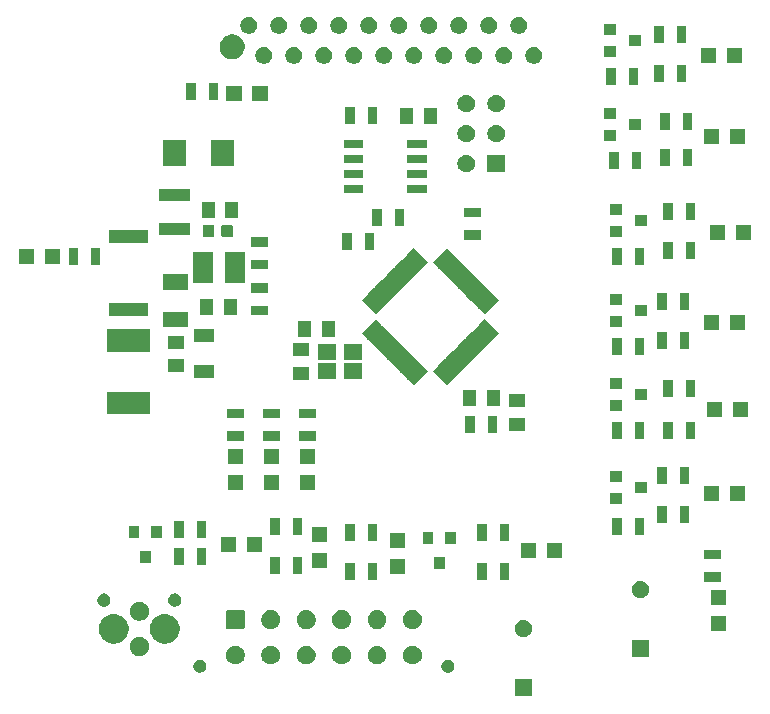
<source format=gts>
G04 #@! TF.GenerationSoftware,KiCad,Pcbnew,5.1.5-52549c5~84~ubuntu18.04.1*
G04 #@! TF.CreationDate,2020-03-08T18:46:09-04:00*
G04 #@! TF.ProjectId,AIR_control,4149525f-636f-46e7-9472-6f6c2e6b6963,rev?*
G04 #@! TF.SameCoordinates,Original*
G04 #@! TF.FileFunction,Soldermask,Top*
G04 #@! TF.FilePolarity,Negative*
%FSLAX46Y46*%
G04 Gerber Fmt 4.6, Leading zero omitted, Abs format (unit mm)*
G04 Created by KiCad (PCBNEW 5.1.5-52549c5~84~ubuntu18.04.1) date 2020-03-08 18:46:09*
%MOMM*%
%LPD*%
G04 APERTURE LIST*
%ADD10C,0.100000*%
G04 APERTURE END LIST*
D10*
G36*
X144500800Y-108610600D02*
G01*
X143027200Y-108610600D01*
X143027200Y-107137000D01*
X144500800Y-107137000D01*
X144500800Y-108610600D01*
G37*
G36*
X137540721Y-105518174D02*
G01*
X137640995Y-105559709D01*
X137640996Y-105559710D01*
X137731242Y-105620010D01*
X137807990Y-105696758D01*
X137807991Y-105696760D01*
X137868291Y-105787005D01*
X137909826Y-105887279D01*
X137931000Y-105993730D01*
X137931000Y-106102270D01*
X137909826Y-106208721D01*
X137868291Y-106308995D01*
X137868290Y-106308996D01*
X137807990Y-106399242D01*
X137731242Y-106475990D01*
X137685812Y-106506345D01*
X137640995Y-106536291D01*
X137540721Y-106577826D01*
X137434270Y-106599000D01*
X137325730Y-106599000D01*
X137219279Y-106577826D01*
X137119005Y-106536291D01*
X137074188Y-106506345D01*
X137028758Y-106475990D01*
X136952010Y-106399242D01*
X136891710Y-106308996D01*
X136891709Y-106308995D01*
X136850174Y-106208721D01*
X136829000Y-106102270D01*
X136829000Y-105993730D01*
X136850174Y-105887279D01*
X136891709Y-105787005D01*
X136952009Y-105696760D01*
X136952010Y-105696758D01*
X137028758Y-105620010D01*
X137119004Y-105559710D01*
X137119005Y-105559709D01*
X137219279Y-105518174D01*
X137325730Y-105497000D01*
X137434270Y-105497000D01*
X137540721Y-105518174D01*
G37*
G36*
X116540721Y-105518174D02*
G01*
X116640995Y-105559709D01*
X116640996Y-105559710D01*
X116731242Y-105620010D01*
X116807990Y-105696758D01*
X116807991Y-105696760D01*
X116868291Y-105787005D01*
X116909826Y-105887279D01*
X116931000Y-105993730D01*
X116931000Y-106102270D01*
X116909826Y-106208721D01*
X116868291Y-106308995D01*
X116868290Y-106308996D01*
X116807990Y-106399242D01*
X116731242Y-106475990D01*
X116685812Y-106506345D01*
X116640995Y-106536291D01*
X116540721Y-106577826D01*
X116434270Y-106599000D01*
X116325730Y-106599000D01*
X116219279Y-106577826D01*
X116119005Y-106536291D01*
X116074188Y-106506345D01*
X116028758Y-106475990D01*
X115952010Y-106399242D01*
X115891710Y-106308996D01*
X115891709Y-106308995D01*
X115850174Y-106208721D01*
X115829000Y-106102270D01*
X115829000Y-105993730D01*
X115850174Y-105887279D01*
X115891709Y-105787005D01*
X115952009Y-105696760D01*
X115952010Y-105696758D01*
X116028758Y-105620010D01*
X116119004Y-105559710D01*
X116119005Y-105559709D01*
X116219279Y-105518174D01*
X116325730Y-105497000D01*
X116434270Y-105497000D01*
X116540721Y-105518174D01*
G37*
G36*
X125613642Y-104337781D02*
G01*
X125759414Y-104398162D01*
X125759416Y-104398163D01*
X125890608Y-104485822D01*
X126002178Y-104597392D01*
X126089837Y-104728584D01*
X126089838Y-104728586D01*
X126150219Y-104874358D01*
X126181000Y-105029107D01*
X126181000Y-105186893D01*
X126150219Y-105341642D01*
X126089838Y-105487414D01*
X126089837Y-105487416D01*
X126002178Y-105618608D01*
X125890608Y-105730178D01*
X125759416Y-105817837D01*
X125759415Y-105817838D01*
X125759414Y-105817838D01*
X125613642Y-105878219D01*
X125458893Y-105909000D01*
X125301107Y-105909000D01*
X125146358Y-105878219D01*
X125000586Y-105817838D01*
X125000585Y-105817838D01*
X125000584Y-105817837D01*
X124869392Y-105730178D01*
X124757822Y-105618608D01*
X124670163Y-105487416D01*
X124670162Y-105487414D01*
X124609781Y-105341642D01*
X124579000Y-105186893D01*
X124579000Y-105029107D01*
X124609781Y-104874358D01*
X124670162Y-104728586D01*
X124670163Y-104728584D01*
X124757822Y-104597392D01*
X124869392Y-104485822D01*
X125000584Y-104398163D01*
X125000586Y-104398162D01*
X125146358Y-104337781D01*
X125301107Y-104307000D01*
X125458893Y-104307000D01*
X125613642Y-104337781D01*
G37*
G36*
X119613642Y-104337781D02*
G01*
X119759414Y-104398162D01*
X119759416Y-104398163D01*
X119890608Y-104485822D01*
X120002178Y-104597392D01*
X120089837Y-104728584D01*
X120089838Y-104728586D01*
X120150219Y-104874358D01*
X120181000Y-105029107D01*
X120181000Y-105186893D01*
X120150219Y-105341642D01*
X120089838Y-105487414D01*
X120089837Y-105487416D01*
X120002178Y-105618608D01*
X119890608Y-105730178D01*
X119759416Y-105817837D01*
X119759415Y-105817838D01*
X119759414Y-105817838D01*
X119613642Y-105878219D01*
X119458893Y-105909000D01*
X119301107Y-105909000D01*
X119146358Y-105878219D01*
X119000586Y-105817838D01*
X119000585Y-105817838D01*
X119000584Y-105817837D01*
X118869392Y-105730178D01*
X118757822Y-105618608D01*
X118670163Y-105487416D01*
X118670162Y-105487414D01*
X118609781Y-105341642D01*
X118579000Y-105186893D01*
X118579000Y-105029107D01*
X118609781Y-104874358D01*
X118670162Y-104728586D01*
X118670163Y-104728584D01*
X118757822Y-104597392D01*
X118869392Y-104485822D01*
X119000584Y-104398163D01*
X119000586Y-104398162D01*
X119146358Y-104337781D01*
X119301107Y-104307000D01*
X119458893Y-104307000D01*
X119613642Y-104337781D01*
G37*
G36*
X122613642Y-104337781D02*
G01*
X122759414Y-104398162D01*
X122759416Y-104398163D01*
X122890608Y-104485822D01*
X123002178Y-104597392D01*
X123089837Y-104728584D01*
X123089838Y-104728586D01*
X123150219Y-104874358D01*
X123181000Y-105029107D01*
X123181000Y-105186893D01*
X123150219Y-105341642D01*
X123089838Y-105487414D01*
X123089837Y-105487416D01*
X123002178Y-105618608D01*
X122890608Y-105730178D01*
X122759416Y-105817837D01*
X122759415Y-105817838D01*
X122759414Y-105817838D01*
X122613642Y-105878219D01*
X122458893Y-105909000D01*
X122301107Y-105909000D01*
X122146358Y-105878219D01*
X122000586Y-105817838D01*
X122000585Y-105817838D01*
X122000584Y-105817837D01*
X121869392Y-105730178D01*
X121757822Y-105618608D01*
X121670163Y-105487416D01*
X121670162Y-105487414D01*
X121609781Y-105341642D01*
X121579000Y-105186893D01*
X121579000Y-105029107D01*
X121609781Y-104874358D01*
X121670162Y-104728586D01*
X121670163Y-104728584D01*
X121757822Y-104597392D01*
X121869392Y-104485822D01*
X122000584Y-104398163D01*
X122000586Y-104398162D01*
X122146358Y-104337781D01*
X122301107Y-104307000D01*
X122458893Y-104307000D01*
X122613642Y-104337781D01*
G37*
G36*
X131613642Y-104337781D02*
G01*
X131759414Y-104398162D01*
X131759416Y-104398163D01*
X131890608Y-104485822D01*
X132002178Y-104597392D01*
X132089837Y-104728584D01*
X132089838Y-104728586D01*
X132150219Y-104874358D01*
X132181000Y-105029107D01*
X132181000Y-105186893D01*
X132150219Y-105341642D01*
X132089838Y-105487414D01*
X132089837Y-105487416D01*
X132002178Y-105618608D01*
X131890608Y-105730178D01*
X131759416Y-105817837D01*
X131759415Y-105817838D01*
X131759414Y-105817838D01*
X131613642Y-105878219D01*
X131458893Y-105909000D01*
X131301107Y-105909000D01*
X131146358Y-105878219D01*
X131000586Y-105817838D01*
X131000585Y-105817838D01*
X131000584Y-105817837D01*
X130869392Y-105730178D01*
X130757822Y-105618608D01*
X130670163Y-105487416D01*
X130670162Y-105487414D01*
X130609781Y-105341642D01*
X130579000Y-105186893D01*
X130579000Y-105029107D01*
X130609781Y-104874358D01*
X130670162Y-104728586D01*
X130670163Y-104728584D01*
X130757822Y-104597392D01*
X130869392Y-104485822D01*
X131000584Y-104398163D01*
X131000586Y-104398162D01*
X131146358Y-104337781D01*
X131301107Y-104307000D01*
X131458893Y-104307000D01*
X131613642Y-104337781D01*
G37*
G36*
X128613642Y-104337781D02*
G01*
X128759414Y-104398162D01*
X128759416Y-104398163D01*
X128890608Y-104485822D01*
X129002178Y-104597392D01*
X129089837Y-104728584D01*
X129089838Y-104728586D01*
X129150219Y-104874358D01*
X129181000Y-105029107D01*
X129181000Y-105186893D01*
X129150219Y-105341642D01*
X129089838Y-105487414D01*
X129089837Y-105487416D01*
X129002178Y-105618608D01*
X128890608Y-105730178D01*
X128759416Y-105817837D01*
X128759415Y-105817838D01*
X128759414Y-105817838D01*
X128613642Y-105878219D01*
X128458893Y-105909000D01*
X128301107Y-105909000D01*
X128146358Y-105878219D01*
X128000586Y-105817838D01*
X128000585Y-105817838D01*
X128000584Y-105817837D01*
X127869392Y-105730178D01*
X127757822Y-105618608D01*
X127670163Y-105487416D01*
X127670162Y-105487414D01*
X127609781Y-105341642D01*
X127579000Y-105186893D01*
X127579000Y-105029107D01*
X127609781Y-104874358D01*
X127670162Y-104728586D01*
X127670163Y-104728584D01*
X127757822Y-104597392D01*
X127869392Y-104485822D01*
X128000584Y-104398163D01*
X128000586Y-104398162D01*
X128146358Y-104337781D01*
X128301107Y-104307000D01*
X128458893Y-104307000D01*
X128613642Y-104337781D01*
G37*
G36*
X134613642Y-104337781D02*
G01*
X134759414Y-104398162D01*
X134759416Y-104398163D01*
X134890608Y-104485822D01*
X135002178Y-104597392D01*
X135089837Y-104728584D01*
X135089838Y-104728586D01*
X135150219Y-104874358D01*
X135181000Y-105029107D01*
X135181000Y-105186893D01*
X135150219Y-105341642D01*
X135089838Y-105487414D01*
X135089837Y-105487416D01*
X135002178Y-105618608D01*
X134890608Y-105730178D01*
X134759416Y-105817837D01*
X134759415Y-105817838D01*
X134759414Y-105817838D01*
X134613642Y-105878219D01*
X134458893Y-105909000D01*
X134301107Y-105909000D01*
X134146358Y-105878219D01*
X134000586Y-105817838D01*
X134000585Y-105817838D01*
X134000584Y-105817837D01*
X133869392Y-105730178D01*
X133757822Y-105618608D01*
X133670163Y-105487416D01*
X133670162Y-105487414D01*
X133609781Y-105341642D01*
X133579000Y-105186893D01*
X133579000Y-105029107D01*
X133609781Y-104874358D01*
X133670162Y-104728586D01*
X133670163Y-104728584D01*
X133757822Y-104597392D01*
X133869392Y-104485822D01*
X134000584Y-104398163D01*
X134000586Y-104398162D01*
X134146358Y-104337781D01*
X134301107Y-104307000D01*
X134458893Y-104307000D01*
X134613642Y-104337781D01*
G37*
G36*
X154406800Y-105308600D02*
G01*
X152933200Y-105308600D01*
X152933200Y-103835000D01*
X154406800Y-103835000D01*
X154406800Y-105308600D01*
G37*
G36*
X111489142Y-103612242D02*
G01*
X111637101Y-103673529D01*
X111770255Y-103762499D01*
X111883501Y-103875745D01*
X111972471Y-104008899D01*
X112033758Y-104156858D01*
X112065000Y-104313925D01*
X112065000Y-104474075D01*
X112033758Y-104631142D01*
X111972471Y-104779101D01*
X111883501Y-104912255D01*
X111770255Y-105025501D01*
X111637101Y-105114471D01*
X111489142Y-105175758D01*
X111332075Y-105207000D01*
X111171925Y-105207000D01*
X111014858Y-105175758D01*
X110866899Y-105114471D01*
X110733745Y-105025501D01*
X110620499Y-104912255D01*
X110531529Y-104779101D01*
X110470242Y-104631142D01*
X110439000Y-104474075D01*
X110439000Y-104313925D01*
X110470242Y-104156858D01*
X110531529Y-104008899D01*
X110620499Y-103875745D01*
X110733745Y-103762499D01*
X110866899Y-103673529D01*
X111014858Y-103612242D01*
X111171925Y-103581000D01*
X111332075Y-103581000D01*
X111489142Y-103612242D01*
G37*
G36*
X113656326Y-101662062D02*
G01*
X113777799Y-101686225D01*
X114006650Y-101781018D01*
X114212610Y-101918636D01*
X114387764Y-102093790D01*
X114525382Y-102299750D01*
X114620175Y-102528601D01*
X114668500Y-102771547D01*
X114668500Y-103019253D01*
X114620175Y-103262199D01*
X114525382Y-103491050D01*
X114387764Y-103697010D01*
X114212610Y-103872164D01*
X114006650Y-104009782D01*
X113777799Y-104104575D01*
X113656326Y-104128738D01*
X113534854Y-104152900D01*
X113287146Y-104152900D01*
X113165674Y-104128738D01*
X113044201Y-104104575D01*
X112815350Y-104009782D01*
X112609390Y-103872164D01*
X112434236Y-103697010D01*
X112296618Y-103491050D01*
X112201825Y-103262199D01*
X112153500Y-103019253D01*
X112153500Y-102771547D01*
X112201825Y-102528601D01*
X112296618Y-102299750D01*
X112434236Y-102093790D01*
X112609390Y-101918636D01*
X112815350Y-101781018D01*
X113044201Y-101686225D01*
X113165674Y-101662063D01*
X113287146Y-101637900D01*
X113534854Y-101637900D01*
X113656326Y-101662062D01*
G37*
G36*
X109338326Y-101662062D02*
G01*
X109459799Y-101686225D01*
X109688650Y-101781018D01*
X109894610Y-101918636D01*
X110069764Y-102093790D01*
X110207382Y-102299750D01*
X110302175Y-102528601D01*
X110350500Y-102771547D01*
X110350500Y-103019253D01*
X110302175Y-103262199D01*
X110207382Y-103491050D01*
X110069764Y-103697010D01*
X109894610Y-103872164D01*
X109688650Y-104009782D01*
X109459799Y-104104575D01*
X109338326Y-104128738D01*
X109216854Y-104152900D01*
X108969146Y-104152900D01*
X108847674Y-104128738D01*
X108726201Y-104104575D01*
X108497350Y-104009782D01*
X108291390Y-103872164D01*
X108116236Y-103697010D01*
X107978618Y-103491050D01*
X107883825Y-103262199D01*
X107835500Y-103019253D01*
X107835500Y-102771547D01*
X107883825Y-102528601D01*
X107978618Y-102299750D01*
X108116236Y-102093790D01*
X108291390Y-101918636D01*
X108497350Y-101781018D01*
X108726201Y-101686225D01*
X108847674Y-101662063D01*
X108969146Y-101637900D01*
X109216854Y-101637900D01*
X109338326Y-101662062D01*
G37*
G36*
X143978914Y-102161514D02*
G01*
X143978916Y-102161515D01*
X143978917Y-102161515D01*
X144113006Y-102217056D01*
X144233683Y-102297690D01*
X144336310Y-102400317D01*
X144416944Y-102520994D01*
X144467066Y-102642000D01*
X144472486Y-102655086D01*
X144500800Y-102797430D01*
X144500800Y-102942570D01*
X144485547Y-103019254D01*
X144472485Y-103084917D01*
X144416944Y-103219006D01*
X144336310Y-103339683D01*
X144233683Y-103442310D01*
X144113006Y-103522944D01*
X143978917Y-103578485D01*
X143978916Y-103578485D01*
X143978914Y-103578486D01*
X143836570Y-103606800D01*
X143691430Y-103606800D01*
X143549086Y-103578486D01*
X143549084Y-103578485D01*
X143549083Y-103578485D01*
X143414994Y-103522944D01*
X143294317Y-103442310D01*
X143191690Y-103339683D01*
X143111056Y-103219006D01*
X143055515Y-103084917D01*
X143042454Y-103019254D01*
X143027200Y-102942570D01*
X143027200Y-102797430D01*
X143055514Y-102655086D01*
X143060934Y-102642000D01*
X143111056Y-102520994D01*
X143191690Y-102400317D01*
X143294317Y-102297690D01*
X143414994Y-102217056D01*
X143549083Y-102161515D01*
X143549084Y-102161515D01*
X143549086Y-102161514D01*
X143691430Y-102133200D01*
X143836570Y-102133200D01*
X143978914Y-102161514D01*
G37*
G36*
X160925000Y-103097000D02*
G01*
X159623000Y-103097000D01*
X159623000Y-101795000D01*
X160925000Y-101795000D01*
X160925000Y-103097000D01*
G37*
G36*
X122613642Y-101337781D02*
G01*
X122737208Y-101388964D01*
X122759416Y-101398163D01*
X122890608Y-101485822D01*
X123002178Y-101597392D01*
X123089837Y-101728584D01*
X123089838Y-101728586D01*
X123150219Y-101874358D01*
X123181000Y-102029107D01*
X123181000Y-102186893D01*
X123150219Y-102341642D01*
X123089838Y-102487414D01*
X123089837Y-102487416D01*
X123002178Y-102618608D01*
X122890608Y-102730178D01*
X122759416Y-102817837D01*
X122759415Y-102817838D01*
X122759414Y-102817838D01*
X122613642Y-102878219D01*
X122458893Y-102909000D01*
X122301107Y-102909000D01*
X122146358Y-102878219D01*
X122000586Y-102817838D01*
X122000585Y-102817838D01*
X122000584Y-102817837D01*
X121869392Y-102730178D01*
X121757822Y-102618608D01*
X121670163Y-102487416D01*
X121670162Y-102487414D01*
X121609781Y-102341642D01*
X121579000Y-102186893D01*
X121579000Y-102029107D01*
X121609781Y-101874358D01*
X121670162Y-101728586D01*
X121670163Y-101728584D01*
X121757822Y-101597392D01*
X121869392Y-101485822D01*
X122000584Y-101398163D01*
X122022792Y-101388964D01*
X122146358Y-101337781D01*
X122301107Y-101307000D01*
X122458893Y-101307000D01*
X122613642Y-101337781D01*
G37*
G36*
X120033048Y-101311122D02*
G01*
X120067387Y-101321539D01*
X120099036Y-101338456D01*
X120126778Y-101361222D01*
X120149544Y-101388964D01*
X120166461Y-101420613D01*
X120176878Y-101454952D01*
X120181000Y-101496807D01*
X120181000Y-102719193D01*
X120176878Y-102761048D01*
X120166461Y-102795387D01*
X120149544Y-102827036D01*
X120126778Y-102854778D01*
X120099036Y-102877544D01*
X120067387Y-102894461D01*
X120033048Y-102904878D01*
X119991193Y-102909000D01*
X118768807Y-102909000D01*
X118726952Y-102904878D01*
X118692613Y-102894461D01*
X118660964Y-102877544D01*
X118633222Y-102854778D01*
X118610456Y-102827036D01*
X118593539Y-102795387D01*
X118583122Y-102761048D01*
X118579000Y-102719193D01*
X118579000Y-101496807D01*
X118583122Y-101454952D01*
X118593539Y-101420613D01*
X118610456Y-101388964D01*
X118633222Y-101361222D01*
X118660964Y-101338456D01*
X118692613Y-101321539D01*
X118726952Y-101311122D01*
X118768807Y-101307000D01*
X119991193Y-101307000D01*
X120033048Y-101311122D01*
G37*
G36*
X125613642Y-101337781D02*
G01*
X125737208Y-101388964D01*
X125759416Y-101398163D01*
X125890608Y-101485822D01*
X126002178Y-101597392D01*
X126089837Y-101728584D01*
X126089838Y-101728586D01*
X126150219Y-101874358D01*
X126181000Y-102029107D01*
X126181000Y-102186893D01*
X126150219Y-102341642D01*
X126089838Y-102487414D01*
X126089837Y-102487416D01*
X126002178Y-102618608D01*
X125890608Y-102730178D01*
X125759416Y-102817837D01*
X125759415Y-102817838D01*
X125759414Y-102817838D01*
X125613642Y-102878219D01*
X125458893Y-102909000D01*
X125301107Y-102909000D01*
X125146358Y-102878219D01*
X125000586Y-102817838D01*
X125000585Y-102817838D01*
X125000584Y-102817837D01*
X124869392Y-102730178D01*
X124757822Y-102618608D01*
X124670163Y-102487416D01*
X124670162Y-102487414D01*
X124609781Y-102341642D01*
X124579000Y-102186893D01*
X124579000Y-102029107D01*
X124609781Y-101874358D01*
X124670162Y-101728586D01*
X124670163Y-101728584D01*
X124757822Y-101597392D01*
X124869392Y-101485822D01*
X125000584Y-101398163D01*
X125022792Y-101388964D01*
X125146358Y-101337781D01*
X125301107Y-101307000D01*
X125458893Y-101307000D01*
X125613642Y-101337781D01*
G37*
G36*
X131613642Y-101337781D02*
G01*
X131737208Y-101388964D01*
X131759416Y-101398163D01*
X131890608Y-101485822D01*
X132002178Y-101597392D01*
X132089837Y-101728584D01*
X132089838Y-101728586D01*
X132150219Y-101874358D01*
X132181000Y-102029107D01*
X132181000Y-102186893D01*
X132150219Y-102341642D01*
X132089838Y-102487414D01*
X132089837Y-102487416D01*
X132002178Y-102618608D01*
X131890608Y-102730178D01*
X131759416Y-102817837D01*
X131759415Y-102817838D01*
X131759414Y-102817838D01*
X131613642Y-102878219D01*
X131458893Y-102909000D01*
X131301107Y-102909000D01*
X131146358Y-102878219D01*
X131000586Y-102817838D01*
X131000585Y-102817838D01*
X131000584Y-102817837D01*
X130869392Y-102730178D01*
X130757822Y-102618608D01*
X130670163Y-102487416D01*
X130670162Y-102487414D01*
X130609781Y-102341642D01*
X130579000Y-102186893D01*
X130579000Y-102029107D01*
X130609781Y-101874358D01*
X130670162Y-101728586D01*
X130670163Y-101728584D01*
X130757822Y-101597392D01*
X130869392Y-101485822D01*
X131000584Y-101398163D01*
X131022792Y-101388964D01*
X131146358Y-101337781D01*
X131301107Y-101307000D01*
X131458893Y-101307000D01*
X131613642Y-101337781D01*
G37*
G36*
X128613642Y-101337781D02*
G01*
X128737208Y-101388964D01*
X128759416Y-101398163D01*
X128890608Y-101485822D01*
X129002178Y-101597392D01*
X129089837Y-101728584D01*
X129089838Y-101728586D01*
X129150219Y-101874358D01*
X129181000Y-102029107D01*
X129181000Y-102186893D01*
X129150219Y-102341642D01*
X129089838Y-102487414D01*
X129089837Y-102487416D01*
X129002178Y-102618608D01*
X128890608Y-102730178D01*
X128759416Y-102817837D01*
X128759415Y-102817838D01*
X128759414Y-102817838D01*
X128613642Y-102878219D01*
X128458893Y-102909000D01*
X128301107Y-102909000D01*
X128146358Y-102878219D01*
X128000586Y-102817838D01*
X128000585Y-102817838D01*
X128000584Y-102817837D01*
X127869392Y-102730178D01*
X127757822Y-102618608D01*
X127670163Y-102487416D01*
X127670162Y-102487414D01*
X127609781Y-102341642D01*
X127579000Y-102186893D01*
X127579000Y-102029107D01*
X127609781Y-101874358D01*
X127670162Y-101728586D01*
X127670163Y-101728584D01*
X127757822Y-101597392D01*
X127869392Y-101485822D01*
X128000584Y-101398163D01*
X128022792Y-101388964D01*
X128146358Y-101337781D01*
X128301107Y-101307000D01*
X128458893Y-101307000D01*
X128613642Y-101337781D01*
G37*
G36*
X134613642Y-101337781D02*
G01*
X134737208Y-101388964D01*
X134759416Y-101398163D01*
X134890608Y-101485822D01*
X135002178Y-101597392D01*
X135089837Y-101728584D01*
X135089838Y-101728586D01*
X135150219Y-101874358D01*
X135181000Y-102029107D01*
X135181000Y-102186893D01*
X135150219Y-102341642D01*
X135089838Y-102487414D01*
X135089837Y-102487416D01*
X135002178Y-102618608D01*
X134890608Y-102730178D01*
X134759416Y-102817837D01*
X134759415Y-102817838D01*
X134759414Y-102817838D01*
X134613642Y-102878219D01*
X134458893Y-102909000D01*
X134301107Y-102909000D01*
X134146358Y-102878219D01*
X134000586Y-102817838D01*
X134000585Y-102817838D01*
X134000584Y-102817837D01*
X133869392Y-102730178D01*
X133757822Y-102618608D01*
X133670163Y-102487416D01*
X133670162Y-102487414D01*
X133609781Y-102341642D01*
X133579000Y-102186893D01*
X133579000Y-102029107D01*
X133609781Y-101874358D01*
X133670162Y-101728586D01*
X133670163Y-101728584D01*
X133757822Y-101597392D01*
X133869392Y-101485822D01*
X134000584Y-101398163D01*
X134022792Y-101388964D01*
X134146358Y-101337781D01*
X134301107Y-101307000D01*
X134458893Y-101307000D01*
X134613642Y-101337781D01*
G37*
G36*
X111489142Y-100615042D02*
G01*
X111637101Y-100676329D01*
X111770255Y-100765299D01*
X111883501Y-100878545D01*
X111972471Y-101011699D01*
X112033758Y-101159658D01*
X112065000Y-101316725D01*
X112065000Y-101476875D01*
X112033758Y-101633942D01*
X111972471Y-101781901D01*
X111883501Y-101915055D01*
X111770255Y-102028301D01*
X111637101Y-102117271D01*
X111489142Y-102178558D01*
X111332075Y-102209800D01*
X111171925Y-102209800D01*
X111014858Y-102178558D01*
X110866899Y-102117271D01*
X110733745Y-102028301D01*
X110620499Y-101915055D01*
X110531529Y-101781901D01*
X110470242Y-101633942D01*
X110439000Y-101476875D01*
X110439000Y-101316725D01*
X110470242Y-101159658D01*
X110531529Y-101011699D01*
X110620499Y-100878545D01*
X110733745Y-100765299D01*
X110866899Y-100676329D01*
X111014858Y-100615042D01*
X111171925Y-100583800D01*
X111332075Y-100583800D01*
X111489142Y-100615042D01*
G37*
G36*
X108417851Y-99919480D02*
G01*
X108468720Y-99940551D01*
X108519586Y-99961620D01*
X108611142Y-100022796D01*
X108689004Y-100100658D01*
X108750180Y-100192214D01*
X108762080Y-100220944D01*
X108792320Y-100293949D01*
X108813800Y-100401941D01*
X108813800Y-100512059D01*
X108792320Y-100620051D01*
X108771249Y-100670920D01*
X108750180Y-100721786D01*
X108689004Y-100813342D01*
X108611142Y-100891204D01*
X108519586Y-100952380D01*
X108468720Y-100973449D01*
X108417851Y-100994520D01*
X108309859Y-101016000D01*
X108199741Y-101016000D01*
X108091749Y-100994520D01*
X108040880Y-100973449D01*
X107990014Y-100952380D01*
X107898458Y-100891204D01*
X107820596Y-100813342D01*
X107759420Y-100721786D01*
X107738351Y-100670920D01*
X107717280Y-100620051D01*
X107695800Y-100512059D01*
X107695800Y-100401941D01*
X107717280Y-100293949D01*
X107747520Y-100220944D01*
X107759420Y-100192214D01*
X107820596Y-100100658D01*
X107898458Y-100022796D01*
X107990014Y-99961620D01*
X108040880Y-99940551D01*
X108091749Y-99919480D01*
X108199741Y-99898000D01*
X108309859Y-99898000D01*
X108417851Y-99919480D01*
G37*
G36*
X114412251Y-99919480D02*
G01*
X114463120Y-99940551D01*
X114513986Y-99961620D01*
X114605542Y-100022796D01*
X114683404Y-100100658D01*
X114744580Y-100192214D01*
X114756480Y-100220944D01*
X114786720Y-100293949D01*
X114808200Y-100401941D01*
X114808200Y-100512059D01*
X114786720Y-100620051D01*
X114765649Y-100670920D01*
X114744580Y-100721786D01*
X114683404Y-100813342D01*
X114605542Y-100891204D01*
X114513986Y-100952380D01*
X114463120Y-100973449D01*
X114412251Y-100994520D01*
X114304259Y-101016000D01*
X114194141Y-101016000D01*
X114086149Y-100994520D01*
X114035280Y-100973449D01*
X113984414Y-100952380D01*
X113892858Y-100891204D01*
X113814996Y-100813342D01*
X113753820Y-100721786D01*
X113732751Y-100670920D01*
X113711680Y-100620051D01*
X113690200Y-100512059D01*
X113690200Y-100401941D01*
X113711680Y-100293949D01*
X113741920Y-100220944D01*
X113753820Y-100192214D01*
X113814996Y-100100658D01*
X113892858Y-100022796D01*
X113984414Y-99961620D01*
X114035280Y-99940551D01*
X114086149Y-99919480D01*
X114194141Y-99898000D01*
X114304259Y-99898000D01*
X114412251Y-99919480D01*
G37*
G36*
X160925000Y-100897000D02*
G01*
X159623000Y-100897000D01*
X159623000Y-99595000D01*
X160925000Y-99595000D01*
X160925000Y-100897000D01*
G37*
G36*
X153884914Y-98859514D02*
G01*
X153884916Y-98859515D01*
X153884917Y-98859515D01*
X154019006Y-98915056D01*
X154139683Y-98995690D01*
X154242310Y-99098317D01*
X154322944Y-99218994D01*
X154378485Y-99353083D01*
X154406800Y-99495432D01*
X154406800Y-99640568D01*
X154378485Y-99782917D01*
X154322944Y-99917006D01*
X154242310Y-100037683D01*
X154139683Y-100140310D01*
X154019006Y-100220944D01*
X153884917Y-100276485D01*
X153884916Y-100276485D01*
X153884914Y-100276486D01*
X153742570Y-100304800D01*
X153597430Y-100304800D01*
X153455086Y-100276486D01*
X153455084Y-100276485D01*
X153455083Y-100276485D01*
X153320994Y-100220944D01*
X153200317Y-100140310D01*
X153097690Y-100037683D01*
X153017056Y-99917006D01*
X152961515Y-99782917D01*
X152933200Y-99640568D01*
X152933200Y-99495432D01*
X152961515Y-99353083D01*
X153017056Y-99218994D01*
X153097690Y-99098317D01*
X153200317Y-98995690D01*
X153320994Y-98915056D01*
X153455083Y-98859515D01*
X153455084Y-98859515D01*
X153455086Y-98859514D01*
X153597430Y-98831200D01*
X153742570Y-98831200D01*
X153884914Y-98859514D01*
G37*
G36*
X160467000Y-98887000D02*
G01*
X159065000Y-98887000D01*
X159065000Y-98085000D01*
X160467000Y-98085000D01*
X160467000Y-98887000D01*
G37*
G36*
X142575000Y-98745000D02*
G01*
X141773000Y-98745000D01*
X141773000Y-97343000D01*
X142575000Y-97343000D01*
X142575000Y-98745000D01*
G37*
G36*
X129499000Y-98745000D02*
G01*
X128697000Y-98745000D01*
X128697000Y-97343000D01*
X129499000Y-97343000D01*
X129499000Y-98745000D01*
G37*
G36*
X131399000Y-98745000D02*
G01*
X130597000Y-98745000D01*
X130597000Y-97343000D01*
X131399000Y-97343000D01*
X131399000Y-98745000D01*
G37*
G36*
X140675000Y-98745000D02*
G01*
X139873000Y-98745000D01*
X139873000Y-97343000D01*
X140675000Y-97343000D01*
X140675000Y-98745000D01*
G37*
G36*
X133747000Y-98271000D02*
G01*
X132445000Y-98271000D01*
X132445000Y-96969000D01*
X133747000Y-96969000D01*
X133747000Y-98271000D01*
G37*
G36*
X125049000Y-98237000D02*
G01*
X124247000Y-98237000D01*
X124247000Y-96835000D01*
X125049000Y-96835000D01*
X125049000Y-98237000D01*
G37*
G36*
X123149000Y-98237000D02*
G01*
X122347000Y-98237000D01*
X122347000Y-96835000D01*
X123149000Y-96835000D01*
X123149000Y-98237000D01*
G37*
G36*
X137103000Y-97817000D02*
G01*
X136201000Y-97817000D01*
X136201000Y-96815000D01*
X137103000Y-96815000D01*
X137103000Y-97817000D01*
G37*
G36*
X127143000Y-97763000D02*
G01*
X125841000Y-97763000D01*
X125841000Y-96461000D01*
X127143000Y-96461000D01*
X127143000Y-97763000D01*
G37*
G36*
X116921000Y-97475000D02*
G01*
X116119000Y-97475000D01*
X116119000Y-96073000D01*
X116921000Y-96073000D01*
X116921000Y-97475000D01*
G37*
G36*
X115021000Y-97475000D02*
G01*
X114219000Y-97475000D01*
X114219000Y-96073000D01*
X115021000Y-96073000D01*
X115021000Y-97475000D01*
G37*
G36*
X112211000Y-97309000D02*
G01*
X111309000Y-97309000D01*
X111309000Y-96307000D01*
X112211000Y-96307000D01*
X112211000Y-97309000D01*
G37*
G36*
X160467000Y-96987000D02*
G01*
X159065000Y-96987000D01*
X159065000Y-96185000D01*
X160467000Y-96185000D01*
X160467000Y-96987000D01*
G37*
G36*
X144839000Y-96917000D02*
G01*
X143537000Y-96917000D01*
X143537000Y-95615000D01*
X144839000Y-95615000D01*
X144839000Y-96917000D01*
G37*
G36*
X147039000Y-96917000D02*
G01*
X145737000Y-96917000D01*
X145737000Y-95615000D01*
X147039000Y-95615000D01*
X147039000Y-96917000D01*
G37*
G36*
X121639000Y-96409000D02*
G01*
X120337000Y-96409000D01*
X120337000Y-95107000D01*
X121639000Y-95107000D01*
X121639000Y-96409000D01*
G37*
G36*
X119439000Y-96409000D02*
G01*
X118137000Y-96409000D01*
X118137000Y-95107000D01*
X119439000Y-95107000D01*
X119439000Y-96409000D01*
G37*
G36*
X133747000Y-96071000D02*
G01*
X132445000Y-96071000D01*
X132445000Y-94769000D01*
X133747000Y-94769000D01*
X133747000Y-96071000D01*
G37*
G36*
X138053000Y-95717000D02*
G01*
X137151000Y-95717000D01*
X137151000Y-94715000D01*
X138053000Y-94715000D01*
X138053000Y-95717000D01*
G37*
G36*
X136153000Y-95717000D02*
G01*
X135251000Y-95717000D01*
X135251000Y-94715000D01*
X136153000Y-94715000D01*
X136153000Y-95717000D01*
G37*
G36*
X127143000Y-95563000D02*
G01*
X125841000Y-95563000D01*
X125841000Y-94261000D01*
X127143000Y-94261000D01*
X127143000Y-95563000D01*
G37*
G36*
X131399000Y-95443000D02*
G01*
X130597000Y-95443000D01*
X130597000Y-94041000D01*
X131399000Y-94041000D01*
X131399000Y-95443000D01*
G37*
G36*
X140675000Y-95443000D02*
G01*
X139873000Y-95443000D01*
X139873000Y-94041000D01*
X140675000Y-94041000D01*
X140675000Y-95443000D01*
G37*
G36*
X142575000Y-95443000D02*
G01*
X141773000Y-95443000D01*
X141773000Y-94041000D01*
X142575000Y-94041000D01*
X142575000Y-95443000D01*
G37*
G36*
X129499000Y-95443000D02*
G01*
X128697000Y-95443000D01*
X128697000Y-94041000D01*
X129499000Y-94041000D01*
X129499000Y-95443000D01*
G37*
G36*
X113161000Y-95209000D02*
G01*
X112259000Y-95209000D01*
X112259000Y-94207000D01*
X113161000Y-94207000D01*
X113161000Y-95209000D01*
G37*
G36*
X111261000Y-95209000D02*
G01*
X110359000Y-95209000D01*
X110359000Y-94207000D01*
X111261000Y-94207000D01*
X111261000Y-95209000D01*
G37*
G36*
X115021000Y-95189000D02*
G01*
X114219000Y-95189000D01*
X114219000Y-93787000D01*
X115021000Y-93787000D01*
X115021000Y-95189000D01*
G37*
G36*
X116921000Y-95189000D02*
G01*
X116119000Y-95189000D01*
X116119000Y-93787000D01*
X116921000Y-93787000D01*
X116921000Y-95189000D01*
G37*
G36*
X152105000Y-94935000D02*
G01*
X151303000Y-94935000D01*
X151303000Y-93533000D01*
X152105000Y-93533000D01*
X152105000Y-94935000D01*
G37*
G36*
X154005000Y-94935000D02*
G01*
X153203000Y-94935000D01*
X153203000Y-93533000D01*
X154005000Y-93533000D01*
X154005000Y-94935000D01*
G37*
G36*
X125049000Y-94935000D02*
G01*
X124247000Y-94935000D01*
X124247000Y-93533000D01*
X125049000Y-93533000D01*
X125049000Y-94935000D01*
G37*
G36*
X123149000Y-94935000D02*
G01*
X122347000Y-94935000D01*
X122347000Y-93533000D01*
X123149000Y-93533000D01*
X123149000Y-94935000D01*
G37*
G36*
X155915000Y-93919000D02*
G01*
X155113000Y-93919000D01*
X155113000Y-92517000D01*
X155915000Y-92517000D01*
X155915000Y-93919000D01*
G37*
G36*
X157815000Y-93919000D02*
G01*
X157013000Y-93919000D01*
X157013000Y-92517000D01*
X157815000Y-92517000D01*
X157815000Y-93919000D01*
G37*
G36*
X152105000Y-92333000D02*
G01*
X151103000Y-92333000D01*
X151103000Y-91431000D01*
X152105000Y-91431000D01*
X152105000Y-92333000D01*
G37*
G36*
X162533000Y-92091000D02*
G01*
X161231000Y-92091000D01*
X161231000Y-90789000D01*
X162533000Y-90789000D01*
X162533000Y-92091000D01*
G37*
G36*
X160333000Y-92091000D02*
G01*
X159031000Y-92091000D01*
X159031000Y-90789000D01*
X160333000Y-90789000D01*
X160333000Y-92091000D01*
G37*
G36*
X154205000Y-91383000D02*
G01*
X153203000Y-91383000D01*
X153203000Y-90481000D01*
X154205000Y-90481000D01*
X154205000Y-91383000D01*
G37*
G36*
X123079000Y-91159000D02*
G01*
X121777000Y-91159000D01*
X121777000Y-89857000D01*
X123079000Y-89857000D01*
X123079000Y-91159000D01*
G37*
G36*
X120031000Y-91159000D02*
G01*
X118729000Y-91159000D01*
X118729000Y-89857000D01*
X120031000Y-89857000D01*
X120031000Y-91159000D01*
G37*
G36*
X126127000Y-91159000D02*
G01*
X124825000Y-91159000D01*
X124825000Y-89857000D01*
X126127000Y-89857000D01*
X126127000Y-91159000D01*
G37*
G36*
X157815000Y-90617000D02*
G01*
X157013000Y-90617000D01*
X157013000Y-89215000D01*
X157815000Y-89215000D01*
X157815000Y-90617000D01*
G37*
G36*
X155915000Y-90617000D02*
G01*
X155113000Y-90617000D01*
X155113000Y-89215000D01*
X155915000Y-89215000D01*
X155915000Y-90617000D01*
G37*
G36*
X152105000Y-90433000D02*
G01*
X151103000Y-90433000D01*
X151103000Y-89531000D01*
X152105000Y-89531000D01*
X152105000Y-90433000D01*
G37*
G36*
X126127000Y-88959000D02*
G01*
X124825000Y-88959000D01*
X124825000Y-87657000D01*
X126127000Y-87657000D01*
X126127000Y-88959000D01*
G37*
G36*
X120031000Y-88959000D02*
G01*
X118729000Y-88959000D01*
X118729000Y-87657000D01*
X120031000Y-87657000D01*
X120031000Y-88959000D01*
G37*
G36*
X123079000Y-88959000D02*
G01*
X121777000Y-88959000D01*
X121777000Y-87657000D01*
X123079000Y-87657000D01*
X123079000Y-88959000D01*
G37*
G36*
X126177000Y-86949000D02*
G01*
X124775000Y-86949000D01*
X124775000Y-86147000D01*
X126177000Y-86147000D01*
X126177000Y-86949000D01*
G37*
G36*
X123129000Y-86949000D02*
G01*
X121727000Y-86949000D01*
X121727000Y-86147000D01*
X123129000Y-86147000D01*
X123129000Y-86949000D01*
G37*
G36*
X120081000Y-86949000D02*
G01*
X118679000Y-86949000D01*
X118679000Y-86147000D01*
X120081000Y-86147000D01*
X120081000Y-86949000D01*
G37*
G36*
X152105000Y-86807000D02*
G01*
X151303000Y-86807000D01*
X151303000Y-85405000D01*
X152105000Y-85405000D01*
X152105000Y-86807000D01*
G37*
G36*
X158323000Y-86807000D02*
G01*
X157521000Y-86807000D01*
X157521000Y-85405000D01*
X158323000Y-85405000D01*
X158323000Y-86807000D01*
G37*
G36*
X154005000Y-86807000D02*
G01*
X153203000Y-86807000D01*
X153203000Y-85405000D01*
X154005000Y-85405000D01*
X154005000Y-86807000D01*
G37*
G36*
X156423000Y-86807000D02*
G01*
X155621000Y-86807000D01*
X155621000Y-85405000D01*
X156423000Y-85405000D01*
X156423000Y-86807000D01*
G37*
G36*
X141559000Y-86299000D02*
G01*
X140757000Y-86299000D01*
X140757000Y-84897000D01*
X141559000Y-84897000D01*
X141559000Y-86299000D01*
G37*
G36*
X139659000Y-86299000D02*
G01*
X138857000Y-86299000D01*
X138857000Y-84897000D01*
X139659000Y-84897000D01*
X139659000Y-86299000D01*
G37*
G36*
X143932000Y-86133000D02*
G01*
X142580000Y-86133000D01*
X142580000Y-85031000D01*
X143932000Y-85031000D01*
X143932000Y-86133000D01*
G37*
G36*
X126177000Y-85049000D02*
G01*
X124775000Y-85049000D01*
X124775000Y-84247000D01*
X126177000Y-84247000D01*
X126177000Y-85049000D01*
G37*
G36*
X120081000Y-85049000D02*
G01*
X118679000Y-85049000D01*
X118679000Y-84247000D01*
X120081000Y-84247000D01*
X120081000Y-85049000D01*
G37*
G36*
X123129000Y-85049000D02*
G01*
X121727000Y-85049000D01*
X121727000Y-84247000D01*
X123129000Y-84247000D01*
X123129000Y-85049000D01*
G37*
G36*
X162787000Y-84979000D02*
G01*
X161485000Y-84979000D01*
X161485000Y-83677000D01*
X162787000Y-83677000D01*
X162787000Y-84979000D01*
G37*
G36*
X160587000Y-84979000D02*
G01*
X159285000Y-84979000D01*
X159285000Y-83677000D01*
X160587000Y-83677000D01*
X160587000Y-84979000D01*
G37*
G36*
X112164000Y-84694300D02*
G01*
X108562000Y-84694300D01*
X108562000Y-82812300D01*
X112164000Y-82812300D01*
X112164000Y-84694300D01*
G37*
G36*
X152105000Y-84459000D02*
G01*
X151103000Y-84459000D01*
X151103000Y-83557000D01*
X152105000Y-83557000D01*
X152105000Y-84459000D01*
G37*
G36*
X143932000Y-84133000D02*
G01*
X142580000Y-84133000D01*
X142580000Y-83031000D01*
X143932000Y-83031000D01*
X143932000Y-84133000D01*
G37*
G36*
X141759000Y-83988000D02*
G01*
X140657000Y-83988000D01*
X140657000Y-82636000D01*
X141759000Y-82636000D01*
X141759000Y-83988000D01*
G37*
G36*
X139759000Y-83988000D02*
G01*
X138657000Y-83988000D01*
X138657000Y-82636000D01*
X139759000Y-82636000D01*
X139759000Y-83988000D01*
G37*
G36*
X154205000Y-83509000D02*
G01*
X153203000Y-83509000D01*
X153203000Y-82607000D01*
X154205000Y-82607000D01*
X154205000Y-83509000D01*
G37*
G36*
X156423000Y-83251000D02*
G01*
X155621000Y-83251000D01*
X155621000Y-81849000D01*
X156423000Y-81849000D01*
X156423000Y-83251000D01*
G37*
G36*
X158323000Y-83251000D02*
G01*
X157521000Y-83251000D01*
X157521000Y-81849000D01*
X158323000Y-81849000D01*
X158323000Y-83251000D01*
G37*
G36*
X152105000Y-82559000D02*
G01*
X151103000Y-82559000D01*
X151103000Y-81657000D01*
X152105000Y-81657000D01*
X152105000Y-82559000D01*
G37*
G36*
X141707368Y-77850536D02*
G01*
X141246334Y-78311570D01*
X141141682Y-78416221D01*
X140680648Y-78877255D01*
X140575997Y-78981907D01*
X138417907Y-81139997D01*
X138313255Y-81244648D01*
X137852221Y-81705682D01*
X137747570Y-81810334D01*
X137286536Y-82271368D01*
X136083040Y-81067872D01*
X136544074Y-80606838D01*
X136544075Y-80606839D01*
X136560339Y-80590575D01*
X136560348Y-80590564D01*
X136648726Y-80502187D01*
X136648725Y-80502186D01*
X137109759Y-80041152D01*
X137109760Y-80041153D01*
X137198137Y-79952775D01*
X137198148Y-79952766D01*
X137214412Y-79936502D01*
X137214411Y-79936501D01*
X137675445Y-79475467D01*
X137675446Y-79475468D01*
X137763833Y-79387080D01*
X137780097Y-79370817D01*
X137780096Y-79370816D01*
X138241130Y-78909782D01*
X138241131Y-78909783D01*
X138345783Y-78805131D01*
X138345782Y-78805130D01*
X138806816Y-78344096D01*
X138806817Y-78344097D01*
X138895204Y-78255709D01*
X138911468Y-78239446D01*
X138911467Y-78239445D01*
X139372501Y-77778411D01*
X139372502Y-77778412D01*
X139388766Y-77762148D01*
X139388775Y-77762137D01*
X139477153Y-77673760D01*
X139477152Y-77673759D01*
X139938186Y-77212725D01*
X139938187Y-77212726D01*
X140026564Y-77124348D01*
X140026575Y-77124339D01*
X140042839Y-77108075D01*
X140042838Y-77108074D01*
X140503872Y-76647040D01*
X141707368Y-77850536D01*
G37*
G36*
X131737162Y-77108074D02*
G01*
X131737162Y-77108075D01*
X131753426Y-77124339D01*
X131753432Y-77124344D01*
X131841814Y-77212726D01*
X131841814Y-77212725D01*
X132302848Y-77673759D01*
X132302848Y-77673760D01*
X132391230Y-77762142D01*
X132391235Y-77762148D01*
X132407499Y-77778412D01*
X132407499Y-77778411D01*
X132868533Y-78239445D01*
X132868533Y-78239446D01*
X132973184Y-78344097D01*
X132973184Y-78344096D01*
X133434218Y-78805130D01*
X133434218Y-78805131D01*
X133538870Y-78909783D01*
X133538870Y-78909782D01*
X133999904Y-79370816D01*
X133999904Y-79370817D01*
X134104555Y-79475468D01*
X134104555Y-79475467D01*
X134565589Y-79936501D01*
X134565589Y-79936502D01*
X134581853Y-79952766D01*
X134581859Y-79952771D01*
X134670241Y-80041153D01*
X134670241Y-80041152D01*
X135131275Y-80502186D01*
X135131275Y-80502187D01*
X135219657Y-80590569D01*
X135219662Y-80590575D01*
X135235926Y-80606839D01*
X135235926Y-80606838D01*
X135696960Y-81067872D01*
X134493464Y-82271368D01*
X134032430Y-81810334D01*
X134032431Y-81810334D01*
X133944049Y-81721952D01*
X133944044Y-81721946D01*
X133927780Y-81705682D01*
X133927779Y-81705682D01*
X133466745Y-81244648D01*
X133466746Y-81244648D01*
X133450482Y-81228384D01*
X133450476Y-81228379D01*
X133362094Y-81139997D01*
X133362093Y-81139997D01*
X132901059Y-80678963D01*
X132901060Y-80678963D01*
X132796409Y-80574312D01*
X132796408Y-80574312D01*
X132335374Y-80113278D01*
X132335375Y-80113278D01*
X132230723Y-80008626D01*
X132230722Y-80008626D01*
X131769688Y-79547592D01*
X131769689Y-79547592D01*
X131665038Y-79442941D01*
X131665037Y-79442941D01*
X131204003Y-78981907D01*
X131204004Y-78981907D01*
X131115622Y-78893525D01*
X131115617Y-78893519D01*
X131099353Y-78877255D01*
X131099352Y-78877255D01*
X130638318Y-78416221D01*
X130638319Y-78416221D01*
X130622055Y-78399957D01*
X130622049Y-78399952D01*
X130533667Y-78311570D01*
X130533666Y-78311570D01*
X130072632Y-77850536D01*
X131276128Y-76647040D01*
X131737162Y-77108074D01*
G37*
G36*
X125644000Y-81815000D02*
G01*
X124292000Y-81815000D01*
X124292000Y-80713000D01*
X125644000Y-80713000D01*
X125644000Y-81815000D01*
G37*
G36*
X127921000Y-81715000D02*
G01*
X126419000Y-81715000D01*
X126419000Y-80413000D01*
X127921000Y-80413000D01*
X127921000Y-81715000D01*
G37*
G36*
X130121000Y-81715000D02*
G01*
X128619000Y-81715000D01*
X128619000Y-80413000D01*
X130121000Y-80413000D01*
X130121000Y-81715000D01*
G37*
G36*
X117564000Y-81643300D02*
G01*
X115862000Y-81643300D01*
X115862000Y-80541300D01*
X117564000Y-80541300D01*
X117564000Y-81643300D01*
G37*
G36*
X115039500Y-81167300D02*
G01*
X113687500Y-81167300D01*
X113687500Y-80065300D01*
X115039500Y-80065300D01*
X115039500Y-81167300D01*
G37*
G36*
X130121000Y-80115000D02*
G01*
X128619000Y-80115000D01*
X128619000Y-78813000D01*
X130121000Y-78813000D01*
X130121000Y-80115000D01*
G37*
G36*
X127921000Y-80115000D02*
G01*
X126419000Y-80115000D01*
X126419000Y-78813000D01*
X127921000Y-78813000D01*
X127921000Y-80115000D01*
G37*
G36*
X125644000Y-79815000D02*
G01*
X124292000Y-79815000D01*
X124292000Y-78713000D01*
X125644000Y-78713000D01*
X125644000Y-79815000D01*
G37*
G36*
X154005000Y-79695000D02*
G01*
X153203000Y-79695000D01*
X153203000Y-78293000D01*
X154005000Y-78293000D01*
X154005000Y-79695000D01*
G37*
G36*
X152105000Y-79695000D02*
G01*
X151303000Y-79695000D01*
X151303000Y-78293000D01*
X152105000Y-78293000D01*
X152105000Y-79695000D01*
G37*
G36*
X112164000Y-79414300D02*
G01*
X108562000Y-79414300D01*
X108562000Y-77532300D01*
X112164000Y-77532300D01*
X112164000Y-79414300D01*
G37*
G36*
X155915000Y-79187000D02*
G01*
X155113000Y-79187000D01*
X155113000Y-77785000D01*
X155915000Y-77785000D01*
X155915000Y-79187000D01*
G37*
G36*
X157815000Y-79187000D02*
G01*
X157013000Y-79187000D01*
X157013000Y-77785000D01*
X157815000Y-77785000D01*
X157815000Y-79187000D01*
G37*
G36*
X115039500Y-79167300D02*
G01*
X113687500Y-79167300D01*
X113687500Y-78065300D01*
X115039500Y-78065300D01*
X115039500Y-79167300D01*
G37*
G36*
X117564000Y-78643300D02*
G01*
X115862000Y-78643300D01*
X115862000Y-77541300D01*
X117564000Y-77541300D01*
X117564000Y-78643300D01*
G37*
G36*
X127789000Y-78146000D02*
G01*
X126687000Y-78146000D01*
X126687000Y-76794000D01*
X127789000Y-76794000D01*
X127789000Y-78146000D01*
G37*
G36*
X125789000Y-78146000D02*
G01*
X124687000Y-78146000D01*
X124687000Y-76794000D01*
X125789000Y-76794000D01*
X125789000Y-78146000D01*
G37*
G36*
X162533000Y-77613000D02*
G01*
X161231000Y-77613000D01*
X161231000Y-76311000D01*
X162533000Y-76311000D01*
X162533000Y-77613000D01*
G37*
G36*
X160333000Y-77613000D02*
G01*
X159031000Y-77613000D01*
X159031000Y-76311000D01*
X160333000Y-76311000D01*
X160333000Y-77613000D01*
G37*
G36*
X115348460Y-77371700D02*
G01*
X113246460Y-77371700D01*
X113246460Y-76069700D01*
X115348460Y-76069700D01*
X115348460Y-77371700D01*
G37*
G36*
X152105000Y-77347000D02*
G01*
X151103000Y-77347000D01*
X151103000Y-76445000D01*
X152105000Y-76445000D01*
X152105000Y-77347000D01*
G37*
G36*
X112008920Y-76423200D02*
G01*
X108706920Y-76423200D01*
X108706920Y-75321200D01*
X112008920Y-75321200D01*
X112008920Y-76423200D01*
G37*
G36*
X154205000Y-76397000D02*
G01*
X153203000Y-76397000D01*
X153203000Y-75495000D01*
X154205000Y-75495000D01*
X154205000Y-76397000D01*
G37*
G36*
X122113000Y-76339420D02*
G01*
X120711000Y-76339420D01*
X120711000Y-75537420D01*
X122113000Y-75537420D01*
X122113000Y-76339420D01*
G37*
G36*
X117534000Y-76291800D02*
G01*
X116432000Y-76291800D01*
X116432000Y-74939800D01*
X117534000Y-74939800D01*
X117534000Y-76291800D01*
G37*
G36*
X119534000Y-76291800D02*
G01*
X118432000Y-76291800D01*
X118432000Y-74939800D01*
X119534000Y-74939800D01*
X119534000Y-76291800D01*
G37*
G36*
X135696960Y-71840128D02*
G01*
X135219662Y-72317426D01*
X135131275Y-72405814D01*
X134670241Y-72866848D01*
X134581853Y-72955235D01*
X134104555Y-73432533D01*
X134016167Y-73520920D01*
X133999904Y-73537184D01*
X132973184Y-74563904D01*
X132884796Y-74652291D01*
X132868533Y-74668555D01*
X132391235Y-75145853D01*
X132302848Y-75234241D01*
X131841814Y-75695275D01*
X131753426Y-75783662D01*
X131276128Y-76260960D01*
X130072632Y-75057464D01*
X130533666Y-74596430D01*
X130533667Y-74596431D01*
X130622044Y-74508053D01*
X130622055Y-74508044D01*
X130638319Y-74491780D01*
X130638318Y-74491779D01*
X131099352Y-74030745D01*
X131099353Y-74030746D01*
X131115617Y-74014482D01*
X131115626Y-74014471D01*
X131204004Y-73926094D01*
X131204003Y-73926093D01*
X131665037Y-73465059D01*
X131665038Y-73465060D01*
X131769689Y-73360409D01*
X131769688Y-73360408D01*
X132230722Y-72899374D01*
X132230723Y-72899375D01*
X132335375Y-72794723D01*
X132335374Y-72794722D01*
X132796408Y-72333688D01*
X132796409Y-72333689D01*
X132901060Y-72229038D01*
X132901059Y-72229037D01*
X133362093Y-71768003D01*
X133362094Y-71768004D01*
X133450471Y-71679626D01*
X133450482Y-71679617D01*
X133466746Y-71663353D01*
X133466745Y-71663352D01*
X133927779Y-71202318D01*
X133927780Y-71202319D01*
X133944044Y-71186055D01*
X133944053Y-71186044D01*
X134032431Y-71097667D01*
X134032430Y-71097666D01*
X134493464Y-70636632D01*
X135696960Y-71840128D01*
G37*
G36*
X137747570Y-71097666D02*
G01*
X137747570Y-71097667D01*
X137835952Y-71186049D01*
X137835957Y-71186055D01*
X137852221Y-71202319D01*
X137852221Y-71202318D01*
X138313255Y-71663352D01*
X138313255Y-71663353D01*
X138329519Y-71679617D01*
X138329525Y-71679622D01*
X138417907Y-71768004D01*
X138417907Y-71768003D01*
X138878941Y-72229037D01*
X138878941Y-72229038D01*
X138983592Y-72333689D01*
X138983592Y-72333688D01*
X139444626Y-72794722D01*
X139444626Y-72794723D01*
X139549278Y-72899375D01*
X139549278Y-72899374D01*
X140010312Y-73360408D01*
X140010312Y-73360409D01*
X140114963Y-73465060D01*
X140114963Y-73465059D01*
X140575997Y-73926093D01*
X140575997Y-73926094D01*
X140664379Y-74014476D01*
X140664384Y-74014482D01*
X140680648Y-74030746D01*
X140680648Y-74030745D01*
X141141682Y-74491779D01*
X141141682Y-74491780D01*
X141157946Y-74508044D01*
X141157952Y-74508049D01*
X141246334Y-74596431D01*
X141246334Y-74596430D01*
X141707368Y-75057464D01*
X140503872Y-76260960D01*
X140042838Y-75799926D01*
X140042839Y-75799926D01*
X140026575Y-75783662D01*
X140026569Y-75783657D01*
X139938187Y-75695275D01*
X139938186Y-75695275D01*
X139477152Y-75234241D01*
X139477153Y-75234241D01*
X139388771Y-75145859D01*
X139388766Y-75145853D01*
X139372502Y-75129589D01*
X139372501Y-75129589D01*
X138911467Y-74668555D01*
X138911468Y-74668555D01*
X138806817Y-74563904D01*
X138806816Y-74563904D01*
X138345782Y-74102870D01*
X138345783Y-74102870D01*
X138241131Y-73998218D01*
X138241130Y-73998218D01*
X137780096Y-73537184D01*
X137780097Y-73537184D01*
X137675446Y-73432533D01*
X137675445Y-73432533D01*
X137214411Y-72971499D01*
X137214412Y-72971499D01*
X137198148Y-72955235D01*
X137198142Y-72955230D01*
X137109760Y-72866848D01*
X137109759Y-72866848D01*
X136648725Y-72405814D01*
X136648726Y-72405814D01*
X136560344Y-72317432D01*
X136560339Y-72317426D01*
X136544075Y-72301162D01*
X136544074Y-72301162D01*
X136083040Y-71840128D01*
X137286536Y-70636632D01*
X137747570Y-71097666D01*
G37*
G36*
X157815000Y-75885000D02*
G01*
X157013000Y-75885000D01*
X157013000Y-74483000D01*
X157815000Y-74483000D01*
X157815000Y-75885000D01*
G37*
G36*
X155915000Y-75885000D02*
G01*
X155113000Y-75885000D01*
X155113000Y-74483000D01*
X155915000Y-74483000D01*
X155915000Y-75885000D01*
G37*
G36*
X152105000Y-75447000D02*
G01*
X151103000Y-75447000D01*
X151103000Y-74545000D01*
X152105000Y-74545000D01*
X152105000Y-75447000D01*
G37*
G36*
X122113000Y-74439420D02*
G01*
X120711000Y-74439420D01*
X120711000Y-73637420D01*
X122113000Y-73637420D01*
X122113000Y-74439420D01*
G37*
G36*
X115348460Y-74171700D02*
G01*
X113246460Y-74171700D01*
X113246460Y-72869700D01*
X115348460Y-72869700D01*
X115348460Y-74171700D01*
G37*
G36*
X117479200Y-73647600D02*
G01*
X115817200Y-73647600D01*
X115817200Y-70995600D01*
X117479200Y-70995600D01*
X117479200Y-73647600D01*
G37*
G36*
X120179200Y-73647600D02*
G01*
X118517200Y-73647600D01*
X118517200Y-70995600D01*
X120179200Y-70995600D01*
X120179200Y-73647600D01*
G37*
G36*
X122113000Y-72453220D02*
G01*
X120711000Y-72453220D01*
X120711000Y-71651220D01*
X122113000Y-71651220D01*
X122113000Y-72453220D01*
G37*
G36*
X154005000Y-72075000D02*
G01*
X153203000Y-72075000D01*
X153203000Y-70673000D01*
X154005000Y-70673000D01*
X154005000Y-72075000D01*
G37*
G36*
X152105000Y-72075000D02*
G01*
X151303000Y-72075000D01*
X151303000Y-70673000D01*
X152105000Y-70673000D01*
X152105000Y-72075000D01*
G37*
G36*
X107965000Y-72045000D02*
G01*
X107163000Y-72045000D01*
X107163000Y-70643000D01*
X107965000Y-70643000D01*
X107965000Y-72045000D01*
G37*
G36*
X106065000Y-72045000D02*
G01*
X105263000Y-72045000D01*
X105263000Y-70643000D01*
X106065000Y-70643000D01*
X106065000Y-72045000D01*
G37*
G36*
X104565000Y-71995000D02*
G01*
X103263000Y-71995000D01*
X103263000Y-70693000D01*
X104565000Y-70693000D01*
X104565000Y-71995000D01*
G37*
G36*
X102365000Y-71995000D02*
G01*
X101063000Y-71995000D01*
X101063000Y-70693000D01*
X102365000Y-70693000D01*
X102365000Y-71995000D01*
G37*
G36*
X156423000Y-71567000D02*
G01*
X155621000Y-71567000D01*
X155621000Y-70165000D01*
X156423000Y-70165000D01*
X156423000Y-71567000D01*
G37*
G36*
X158323000Y-71567000D02*
G01*
X157521000Y-71567000D01*
X157521000Y-70165000D01*
X158323000Y-70165000D01*
X158323000Y-71567000D01*
G37*
G36*
X131145000Y-70805000D02*
G01*
X130343000Y-70805000D01*
X130343000Y-69403000D01*
X131145000Y-69403000D01*
X131145000Y-70805000D01*
G37*
G36*
X129245000Y-70805000D02*
G01*
X128443000Y-70805000D01*
X128443000Y-69403000D01*
X129245000Y-69403000D01*
X129245000Y-70805000D01*
G37*
G36*
X122113000Y-70553220D02*
G01*
X120711000Y-70553220D01*
X120711000Y-69751220D01*
X122113000Y-69751220D01*
X122113000Y-70553220D01*
G37*
G36*
X112008920Y-70223200D02*
G01*
X108706920Y-70223200D01*
X108706920Y-69121200D01*
X112008920Y-69121200D01*
X112008920Y-70223200D01*
G37*
G36*
X160841000Y-69993000D02*
G01*
X159539000Y-69993000D01*
X159539000Y-68691000D01*
X160841000Y-68691000D01*
X160841000Y-69993000D01*
G37*
G36*
X163041000Y-69993000D02*
G01*
X161739000Y-69993000D01*
X161739000Y-68691000D01*
X163041000Y-68691000D01*
X163041000Y-69993000D01*
G37*
G36*
X140147000Y-69931000D02*
G01*
X138745000Y-69931000D01*
X138745000Y-69129000D01*
X140147000Y-69129000D01*
X140147000Y-69931000D01*
G37*
G36*
X117458091Y-68680385D02*
G01*
X117492069Y-68690693D01*
X117523390Y-68707434D01*
X117550839Y-68729961D01*
X117573366Y-68757410D01*
X117590107Y-68788731D01*
X117600415Y-68822709D01*
X117604500Y-68864190D01*
X117604500Y-69540410D01*
X117600415Y-69581891D01*
X117590107Y-69615869D01*
X117573366Y-69647190D01*
X117550839Y-69674639D01*
X117523390Y-69697166D01*
X117492069Y-69713907D01*
X117458091Y-69724215D01*
X117416610Y-69728300D01*
X116815390Y-69728300D01*
X116773909Y-69724215D01*
X116739931Y-69713907D01*
X116708610Y-69697166D01*
X116681161Y-69674639D01*
X116658634Y-69647190D01*
X116641893Y-69615869D01*
X116631585Y-69581891D01*
X116627500Y-69540410D01*
X116627500Y-68864190D01*
X116631585Y-68822709D01*
X116641893Y-68788731D01*
X116658634Y-68757410D01*
X116681161Y-68729961D01*
X116708610Y-68707434D01*
X116739931Y-68690693D01*
X116773909Y-68680385D01*
X116815390Y-68676300D01*
X117416610Y-68676300D01*
X117458091Y-68680385D01*
G37*
G36*
X119033091Y-68680385D02*
G01*
X119067069Y-68690693D01*
X119098390Y-68707434D01*
X119125839Y-68729961D01*
X119148366Y-68757410D01*
X119165107Y-68788731D01*
X119175415Y-68822709D01*
X119179500Y-68864190D01*
X119179500Y-69540410D01*
X119175415Y-69581891D01*
X119165107Y-69615869D01*
X119148366Y-69647190D01*
X119125839Y-69674639D01*
X119098390Y-69697166D01*
X119067069Y-69713907D01*
X119033091Y-69724215D01*
X118991610Y-69728300D01*
X118390390Y-69728300D01*
X118348909Y-69724215D01*
X118314931Y-69713907D01*
X118283610Y-69697166D01*
X118256161Y-69674639D01*
X118233634Y-69647190D01*
X118216893Y-69615869D01*
X118206585Y-69581891D01*
X118202500Y-69540410D01*
X118202500Y-68864190D01*
X118206585Y-68822709D01*
X118216893Y-68788731D01*
X118233634Y-68757410D01*
X118256161Y-68729961D01*
X118283610Y-68707434D01*
X118314931Y-68690693D01*
X118348909Y-68680385D01*
X118390390Y-68676300D01*
X118991610Y-68676300D01*
X119033091Y-68680385D01*
G37*
G36*
X152105000Y-69727000D02*
G01*
X151103000Y-69727000D01*
X151103000Y-68825000D01*
X152105000Y-68825000D01*
X152105000Y-69727000D01*
G37*
G36*
X115537500Y-69565800D02*
G01*
X112935500Y-69565800D01*
X112935500Y-68563800D01*
X115537500Y-68563800D01*
X115537500Y-69565800D01*
G37*
G36*
X154205000Y-68777000D02*
G01*
X153203000Y-68777000D01*
X153203000Y-67875000D01*
X154205000Y-67875000D01*
X154205000Y-68777000D01*
G37*
G36*
X131785000Y-68773000D02*
G01*
X130983000Y-68773000D01*
X130983000Y-67371000D01*
X131785000Y-67371000D01*
X131785000Y-68773000D01*
G37*
G36*
X133685000Y-68773000D02*
G01*
X132883000Y-68773000D01*
X132883000Y-67371000D01*
X133685000Y-67371000D01*
X133685000Y-68773000D01*
G37*
G36*
X156423000Y-68265000D02*
G01*
X155621000Y-68265000D01*
X155621000Y-66863000D01*
X156423000Y-66863000D01*
X156423000Y-68265000D01*
G37*
G36*
X158323000Y-68265000D02*
G01*
X157521000Y-68265000D01*
X157521000Y-66863000D01*
X158323000Y-66863000D01*
X158323000Y-68265000D01*
G37*
G36*
X119645000Y-68072360D02*
G01*
X118543000Y-68072360D01*
X118543000Y-66720360D01*
X119645000Y-66720360D01*
X119645000Y-68072360D01*
G37*
G36*
X117645000Y-68072360D02*
G01*
X116543000Y-68072360D01*
X116543000Y-66720360D01*
X117645000Y-66720360D01*
X117645000Y-68072360D01*
G37*
G36*
X140147000Y-68031000D02*
G01*
X138745000Y-68031000D01*
X138745000Y-67229000D01*
X140147000Y-67229000D01*
X140147000Y-68031000D01*
G37*
G36*
X152105000Y-67827000D02*
G01*
X151103000Y-67827000D01*
X151103000Y-66925000D01*
X152105000Y-66925000D01*
X152105000Y-67827000D01*
G37*
G36*
X115537500Y-66665800D02*
G01*
X112935500Y-66665800D01*
X112935500Y-65663800D01*
X115537500Y-65663800D01*
X115537500Y-66665800D01*
G37*
G36*
X130206000Y-66010000D02*
G01*
X128554000Y-66010000D01*
X128554000Y-65308000D01*
X130206000Y-65308000D01*
X130206000Y-66010000D01*
G37*
G36*
X135606000Y-66010000D02*
G01*
X133954000Y-66010000D01*
X133954000Y-65308000D01*
X135606000Y-65308000D01*
X135606000Y-66010000D01*
G37*
G36*
X130206000Y-64740000D02*
G01*
X128554000Y-64740000D01*
X128554000Y-64038000D01*
X130206000Y-64038000D01*
X130206000Y-64740000D01*
G37*
G36*
X135606000Y-64740000D02*
G01*
X133954000Y-64740000D01*
X133954000Y-64038000D01*
X135606000Y-64038000D01*
X135606000Y-64740000D01*
G37*
G36*
X139157059Y-62777860D02*
G01*
X139293732Y-62834472D01*
X139416735Y-62916660D01*
X139521340Y-63021265D01*
X139603528Y-63144268D01*
X139660140Y-63280941D01*
X139689000Y-63426033D01*
X139689000Y-63573967D01*
X139660140Y-63719059D01*
X139603528Y-63855732D01*
X139521340Y-63978735D01*
X139416735Y-64083340D01*
X139293732Y-64165528D01*
X139293731Y-64165529D01*
X139293730Y-64165529D01*
X139157059Y-64222140D01*
X139011968Y-64251000D01*
X138864032Y-64251000D01*
X138718941Y-64222140D01*
X138582270Y-64165529D01*
X138582269Y-64165529D01*
X138582268Y-64165528D01*
X138459265Y-64083340D01*
X138354660Y-63978735D01*
X138272472Y-63855732D01*
X138215860Y-63719059D01*
X138187000Y-63573967D01*
X138187000Y-63426033D01*
X138215860Y-63280941D01*
X138272472Y-63144268D01*
X138354660Y-63021265D01*
X138459265Y-62916660D01*
X138582268Y-62834472D01*
X138718941Y-62777860D01*
X138864032Y-62749000D01*
X139011968Y-62749000D01*
X139157059Y-62777860D01*
G37*
G36*
X142229000Y-64251000D02*
G01*
X140727000Y-64251000D01*
X140727000Y-62749000D01*
X142229000Y-62749000D01*
X142229000Y-64251000D01*
G37*
G36*
X151851000Y-63947000D02*
G01*
X151049000Y-63947000D01*
X151049000Y-62545000D01*
X151851000Y-62545000D01*
X151851000Y-63947000D01*
G37*
G36*
X153751000Y-63947000D02*
G01*
X152949000Y-63947000D01*
X152949000Y-62545000D01*
X153751000Y-62545000D01*
X153751000Y-63947000D01*
G37*
G36*
X119240500Y-63728800D02*
G01*
X117360500Y-63728800D01*
X117360500Y-61467800D01*
X119240500Y-61467800D01*
X119240500Y-63728800D01*
G37*
G36*
X115176500Y-63728800D02*
G01*
X113296500Y-63728800D01*
X113296500Y-61467800D01*
X115176500Y-61467800D01*
X115176500Y-63728800D01*
G37*
G36*
X156169000Y-63693000D02*
G01*
X155367000Y-63693000D01*
X155367000Y-62291000D01*
X156169000Y-62291000D01*
X156169000Y-63693000D01*
G37*
G36*
X158069000Y-63693000D02*
G01*
X157267000Y-63693000D01*
X157267000Y-62291000D01*
X158069000Y-62291000D01*
X158069000Y-63693000D01*
G37*
G36*
X135606000Y-63470000D02*
G01*
X133954000Y-63470000D01*
X133954000Y-62768000D01*
X135606000Y-62768000D01*
X135606000Y-63470000D01*
G37*
G36*
X130206000Y-63470000D02*
G01*
X128554000Y-63470000D01*
X128554000Y-62768000D01*
X130206000Y-62768000D01*
X130206000Y-63470000D01*
G37*
G36*
X130206000Y-62200000D02*
G01*
X128554000Y-62200000D01*
X128554000Y-61498000D01*
X130206000Y-61498000D01*
X130206000Y-62200000D01*
G37*
G36*
X135606000Y-62200000D02*
G01*
X133954000Y-62200000D01*
X133954000Y-61498000D01*
X135606000Y-61498000D01*
X135606000Y-62200000D01*
G37*
G36*
X160333000Y-61865000D02*
G01*
X159031000Y-61865000D01*
X159031000Y-60563000D01*
X160333000Y-60563000D01*
X160333000Y-61865000D01*
G37*
G36*
X162533000Y-61865000D02*
G01*
X161231000Y-61865000D01*
X161231000Y-60563000D01*
X162533000Y-60563000D01*
X162533000Y-61865000D01*
G37*
G36*
X141697059Y-60237860D02*
G01*
X141833732Y-60294472D01*
X141956735Y-60376660D01*
X142061340Y-60481265D01*
X142143528Y-60604268D01*
X142200140Y-60740941D01*
X142229000Y-60886033D01*
X142229000Y-61033967D01*
X142200140Y-61179059D01*
X142143528Y-61315732D01*
X142061340Y-61438735D01*
X141956735Y-61543340D01*
X141833732Y-61625528D01*
X141833731Y-61625529D01*
X141833730Y-61625529D01*
X141697059Y-61682140D01*
X141551968Y-61711000D01*
X141404032Y-61711000D01*
X141258941Y-61682140D01*
X141122270Y-61625529D01*
X141122269Y-61625529D01*
X141122268Y-61625528D01*
X140999265Y-61543340D01*
X140894660Y-61438735D01*
X140812472Y-61315732D01*
X140755860Y-61179059D01*
X140727000Y-61033967D01*
X140727000Y-60886033D01*
X140755860Y-60740941D01*
X140812472Y-60604268D01*
X140894660Y-60481265D01*
X140999265Y-60376660D01*
X141122268Y-60294472D01*
X141258941Y-60237860D01*
X141404032Y-60209000D01*
X141551968Y-60209000D01*
X141697059Y-60237860D01*
G37*
G36*
X139157059Y-60237860D02*
G01*
X139293732Y-60294472D01*
X139416735Y-60376660D01*
X139521340Y-60481265D01*
X139603528Y-60604268D01*
X139660140Y-60740941D01*
X139689000Y-60886033D01*
X139689000Y-61033967D01*
X139660140Y-61179059D01*
X139603528Y-61315732D01*
X139521340Y-61438735D01*
X139416735Y-61543340D01*
X139293732Y-61625528D01*
X139293731Y-61625529D01*
X139293730Y-61625529D01*
X139157059Y-61682140D01*
X139011968Y-61711000D01*
X138864032Y-61711000D01*
X138718941Y-61682140D01*
X138582270Y-61625529D01*
X138582269Y-61625529D01*
X138582268Y-61625528D01*
X138459265Y-61543340D01*
X138354660Y-61438735D01*
X138272472Y-61315732D01*
X138215860Y-61179059D01*
X138187000Y-61033967D01*
X138187000Y-60886033D01*
X138215860Y-60740941D01*
X138272472Y-60604268D01*
X138354660Y-60481265D01*
X138459265Y-60376660D01*
X138582268Y-60294472D01*
X138718941Y-60237860D01*
X138864032Y-60209000D01*
X139011968Y-60209000D01*
X139157059Y-60237860D01*
G37*
G36*
X151597000Y-61599000D02*
G01*
X150595000Y-61599000D01*
X150595000Y-60697000D01*
X151597000Y-60697000D01*
X151597000Y-61599000D01*
G37*
G36*
X153697000Y-60649000D02*
G01*
X152695000Y-60649000D01*
X152695000Y-59747000D01*
X153697000Y-59747000D01*
X153697000Y-60649000D01*
G37*
G36*
X158069000Y-60645000D02*
G01*
X157267000Y-60645000D01*
X157267000Y-59243000D01*
X158069000Y-59243000D01*
X158069000Y-60645000D01*
G37*
G36*
X156169000Y-60645000D02*
G01*
X155367000Y-60645000D01*
X155367000Y-59243000D01*
X156169000Y-59243000D01*
X156169000Y-60645000D01*
G37*
G36*
X131399000Y-60137000D02*
G01*
X130597000Y-60137000D01*
X130597000Y-58735000D01*
X131399000Y-58735000D01*
X131399000Y-60137000D01*
G37*
G36*
X129499000Y-60137000D02*
G01*
X128697000Y-60137000D01*
X128697000Y-58735000D01*
X129499000Y-58735000D01*
X129499000Y-60137000D01*
G37*
G36*
X134425000Y-60112000D02*
G01*
X133323000Y-60112000D01*
X133323000Y-58760000D01*
X134425000Y-58760000D01*
X134425000Y-60112000D01*
G37*
G36*
X136425000Y-60112000D02*
G01*
X135323000Y-60112000D01*
X135323000Y-58760000D01*
X136425000Y-58760000D01*
X136425000Y-60112000D01*
G37*
G36*
X151597000Y-59699000D02*
G01*
X150595000Y-59699000D01*
X150595000Y-58797000D01*
X151597000Y-58797000D01*
X151597000Y-59699000D01*
G37*
G36*
X141697059Y-57697860D02*
G01*
X141833732Y-57754472D01*
X141956735Y-57836660D01*
X142061340Y-57941265D01*
X142061341Y-57941267D01*
X142143529Y-58064270D01*
X142200140Y-58200941D01*
X142229000Y-58346032D01*
X142229000Y-58493968D01*
X142200140Y-58639059D01*
X142150045Y-58760000D01*
X142143528Y-58775732D01*
X142061340Y-58898735D01*
X141956735Y-59003340D01*
X141833732Y-59085528D01*
X141833731Y-59085529D01*
X141833730Y-59085529D01*
X141697059Y-59142140D01*
X141551968Y-59171000D01*
X141404032Y-59171000D01*
X141258941Y-59142140D01*
X141122270Y-59085529D01*
X141122269Y-59085529D01*
X141122268Y-59085528D01*
X140999265Y-59003340D01*
X140894660Y-58898735D01*
X140812472Y-58775732D01*
X140805956Y-58760000D01*
X140755860Y-58639059D01*
X140727000Y-58493968D01*
X140727000Y-58346032D01*
X140755860Y-58200941D01*
X140812471Y-58064270D01*
X140894659Y-57941267D01*
X140894660Y-57941265D01*
X140999265Y-57836660D01*
X141122268Y-57754472D01*
X141258941Y-57697860D01*
X141404032Y-57669000D01*
X141551968Y-57669000D01*
X141697059Y-57697860D01*
G37*
G36*
X139157059Y-57697860D02*
G01*
X139293732Y-57754472D01*
X139416735Y-57836660D01*
X139521340Y-57941265D01*
X139521341Y-57941267D01*
X139603529Y-58064270D01*
X139660140Y-58200941D01*
X139689000Y-58346032D01*
X139689000Y-58493968D01*
X139660140Y-58639059D01*
X139610045Y-58760000D01*
X139603528Y-58775732D01*
X139521340Y-58898735D01*
X139416735Y-59003340D01*
X139293732Y-59085528D01*
X139293731Y-59085529D01*
X139293730Y-59085529D01*
X139157059Y-59142140D01*
X139011968Y-59171000D01*
X138864032Y-59171000D01*
X138718941Y-59142140D01*
X138582270Y-59085529D01*
X138582269Y-59085529D01*
X138582268Y-59085528D01*
X138459265Y-59003340D01*
X138354660Y-58898735D01*
X138272472Y-58775732D01*
X138265956Y-58760000D01*
X138215860Y-58639059D01*
X138187000Y-58493968D01*
X138187000Y-58346032D01*
X138215860Y-58200941D01*
X138272471Y-58064270D01*
X138354659Y-57941267D01*
X138354660Y-57941265D01*
X138459265Y-57836660D01*
X138582268Y-57754472D01*
X138718941Y-57697860D01*
X138864032Y-57669000D01*
X139011968Y-57669000D01*
X139157059Y-57697860D01*
G37*
G36*
X119915000Y-58195000D02*
G01*
X118613000Y-58195000D01*
X118613000Y-56893000D01*
X119915000Y-56893000D01*
X119915000Y-58195000D01*
G37*
G36*
X122115000Y-58195000D02*
G01*
X120813000Y-58195000D01*
X120813000Y-56893000D01*
X122115000Y-56893000D01*
X122115000Y-58195000D01*
G37*
G36*
X117937000Y-58105000D02*
G01*
X117135000Y-58105000D01*
X117135000Y-56703000D01*
X117937000Y-56703000D01*
X117937000Y-58105000D01*
G37*
G36*
X116037000Y-58105000D02*
G01*
X115235000Y-58105000D01*
X115235000Y-56703000D01*
X116037000Y-56703000D01*
X116037000Y-58105000D01*
G37*
G36*
X151597000Y-56835000D02*
G01*
X150795000Y-56835000D01*
X150795000Y-55433000D01*
X151597000Y-55433000D01*
X151597000Y-56835000D01*
G37*
G36*
X153497000Y-56835000D02*
G01*
X152695000Y-56835000D01*
X152695000Y-55433000D01*
X153497000Y-55433000D01*
X153497000Y-56835000D01*
G37*
G36*
X157561000Y-56581000D02*
G01*
X156759000Y-56581000D01*
X156759000Y-55179000D01*
X157561000Y-55179000D01*
X157561000Y-56581000D01*
G37*
G36*
X155661000Y-56581000D02*
G01*
X154859000Y-56581000D01*
X154859000Y-55179000D01*
X155661000Y-55179000D01*
X155661000Y-56581000D01*
G37*
G36*
X124536973Y-53665938D02*
G01*
X124664549Y-53718782D01*
X124779359Y-53795495D01*
X124877005Y-53893141D01*
X124953718Y-54007951D01*
X125006562Y-54135527D01*
X125033500Y-54270956D01*
X125033500Y-54409044D01*
X125006562Y-54544473D01*
X124953718Y-54672049D01*
X124877005Y-54786859D01*
X124779359Y-54884505D01*
X124664549Y-54961218D01*
X124536973Y-55014062D01*
X124401544Y-55041000D01*
X124263456Y-55041000D01*
X124128027Y-55014062D01*
X124000451Y-54961218D01*
X123885641Y-54884505D01*
X123787995Y-54786859D01*
X123711282Y-54672049D01*
X123658438Y-54544473D01*
X123631500Y-54409044D01*
X123631500Y-54270956D01*
X123658438Y-54135527D01*
X123711282Y-54007951D01*
X123787995Y-53893141D01*
X123885641Y-53795495D01*
X124000451Y-53718782D01*
X124128027Y-53665938D01*
X124263456Y-53639000D01*
X124401544Y-53639000D01*
X124536973Y-53665938D01*
G37*
G36*
X121996973Y-53665938D02*
G01*
X122124549Y-53718782D01*
X122239359Y-53795495D01*
X122337005Y-53893141D01*
X122413718Y-54007951D01*
X122466562Y-54135527D01*
X122493500Y-54270956D01*
X122493500Y-54409044D01*
X122466562Y-54544473D01*
X122413718Y-54672049D01*
X122337005Y-54786859D01*
X122239359Y-54884505D01*
X122124549Y-54961218D01*
X121996973Y-55014062D01*
X121861544Y-55041000D01*
X121723456Y-55041000D01*
X121588027Y-55014062D01*
X121460451Y-54961218D01*
X121345641Y-54884505D01*
X121247995Y-54786859D01*
X121171282Y-54672049D01*
X121118438Y-54544473D01*
X121091500Y-54409044D01*
X121091500Y-54270956D01*
X121118438Y-54135527D01*
X121171282Y-54007951D01*
X121247995Y-53893141D01*
X121345641Y-53795495D01*
X121460451Y-53718782D01*
X121588027Y-53665938D01*
X121723456Y-53639000D01*
X121861544Y-53639000D01*
X121996973Y-53665938D01*
G37*
G36*
X139776973Y-53665938D02*
G01*
X139904549Y-53718782D01*
X140019359Y-53795495D01*
X140117005Y-53893141D01*
X140193718Y-54007951D01*
X140246562Y-54135527D01*
X140273500Y-54270956D01*
X140273500Y-54409044D01*
X140246562Y-54544473D01*
X140193718Y-54672049D01*
X140117005Y-54786859D01*
X140019359Y-54884505D01*
X139904549Y-54961218D01*
X139776973Y-55014062D01*
X139641544Y-55041000D01*
X139503456Y-55041000D01*
X139368027Y-55014062D01*
X139240451Y-54961218D01*
X139125641Y-54884505D01*
X139027995Y-54786859D01*
X138951282Y-54672049D01*
X138898438Y-54544473D01*
X138871500Y-54409044D01*
X138871500Y-54270956D01*
X138898438Y-54135527D01*
X138951282Y-54007951D01*
X139027995Y-53893141D01*
X139125641Y-53795495D01*
X139240451Y-53718782D01*
X139368027Y-53665938D01*
X139503456Y-53639000D01*
X139641544Y-53639000D01*
X139776973Y-53665938D01*
G37*
G36*
X127076973Y-53665938D02*
G01*
X127204549Y-53718782D01*
X127319359Y-53795495D01*
X127417005Y-53893141D01*
X127493718Y-54007951D01*
X127546562Y-54135527D01*
X127573500Y-54270956D01*
X127573500Y-54409044D01*
X127546562Y-54544473D01*
X127493718Y-54672049D01*
X127417005Y-54786859D01*
X127319359Y-54884505D01*
X127204549Y-54961218D01*
X127076973Y-55014062D01*
X126941544Y-55041000D01*
X126803456Y-55041000D01*
X126668027Y-55014062D01*
X126540451Y-54961218D01*
X126425641Y-54884505D01*
X126327995Y-54786859D01*
X126251282Y-54672049D01*
X126198438Y-54544473D01*
X126171500Y-54409044D01*
X126171500Y-54270956D01*
X126198438Y-54135527D01*
X126251282Y-54007951D01*
X126327995Y-53893141D01*
X126425641Y-53795495D01*
X126540451Y-53718782D01*
X126668027Y-53665938D01*
X126803456Y-53639000D01*
X126941544Y-53639000D01*
X127076973Y-53665938D01*
G37*
G36*
X129616973Y-53665938D02*
G01*
X129744549Y-53718782D01*
X129859359Y-53795495D01*
X129957005Y-53893141D01*
X130033718Y-54007951D01*
X130086562Y-54135527D01*
X130113500Y-54270956D01*
X130113500Y-54409044D01*
X130086562Y-54544473D01*
X130033718Y-54672049D01*
X129957005Y-54786859D01*
X129859359Y-54884505D01*
X129744549Y-54961218D01*
X129616973Y-55014062D01*
X129481544Y-55041000D01*
X129343456Y-55041000D01*
X129208027Y-55014062D01*
X129080451Y-54961218D01*
X128965641Y-54884505D01*
X128867995Y-54786859D01*
X128791282Y-54672049D01*
X128738438Y-54544473D01*
X128711500Y-54409044D01*
X128711500Y-54270956D01*
X128738438Y-54135527D01*
X128791282Y-54007951D01*
X128867995Y-53893141D01*
X128965641Y-53795495D01*
X129080451Y-53718782D01*
X129208027Y-53665938D01*
X129343456Y-53639000D01*
X129481544Y-53639000D01*
X129616973Y-53665938D01*
G37*
G36*
X144856973Y-53665938D02*
G01*
X144984549Y-53718782D01*
X145099359Y-53795495D01*
X145197005Y-53893141D01*
X145273718Y-54007951D01*
X145326562Y-54135527D01*
X145353500Y-54270956D01*
X145353500Y-54409044D01*
X145326562Y-54544473D01*
X145273718Y-54672049D01*
X145197005Y-54786859D01*
X145099359Y-54884505D01*
X144984549Y-54961218D01*
X144856973Y-55014062D01*
X144721544Y-55041000D01*
X144583456Y-55041000D01*
X144448027Y-55014062D01*
X144320451Y-54961218D01*
X144205641Y-54884505D01*
X144107995Y-54786859D01*
X144031282Y-54672049D01*
X143978438Y-54544473D01*
X143951500Y-54409044D01*
X143951500Y-54270956D01*
X143978438Y-54135527D01*
X144031282Y-54007951D01*
X144107995Y-53893141D01*
X144205641Y-53795495D01*
X144320451Y-53718782D01*
X144448027Y-53665938D01*
X144583456Y-53639000D01*
X144721544Y-53639000D01*
X144856973Y-53665938D01*
G37*
G36*
X132156973Y-53665938D02*
G01*
X132284549Y-53718782D01*
X132399359Y-53795495D01*
X132497005Y-53893141D01*
X132573718Y-54007951D01*
X132626562Y-54135527D01*
X132653500Y-54270956D01*
X132653500Y-54409044D01*
X132626562Y-54544473D01*
X132573718Y-54672049D01*
X132497005Y-54786859D01*
X132399359Y-54884505D01*
X132284549Y-54961218D01*
X132156973Y-55014062D01*
X132021544Y-55041000D01*
X131883456Y-55041000D01*
X131748027Y-55014062D01*
X131620451Y-54961218D01*
X131505641Y-54884505D01*
X131407995Y-54786859D01*
X131331282Y-54672049D01*
X131278438Y-54544473D01*
X131251500Y-54409044D01*
X131251500Y-54270956D01*
X131278438Y-54135527D01*
X131331282Y-54007951D01*
X131407995Y-53893141D01*
X131505641Y-53795495D01*
X131620451Y-53718782D01*
X131748027Y-53665938D01*
X131883456Y-53639000D01*
X132021544Y-53639000D01*
X132156973Y-53665938D01*
G37*
G36*
X142316973Y-53665938D02*
G01*
X142444549Y-53718782D01*
X142559359Y-53795495D01*
X142657005Y-53893141D01*
X142733718Y-54007951D01*
X142786562Y-54135527D01*
X142813500Y-54270956D01*
X142813500Y-54409044D01*
X142786562Y-54544473D01*
X142733718Y-54672049D01*
X142657005Y-54786859D01*
X142559359Y-54884505D01*
X142444549Y-54961218D01*
X142316973Y-55014062D01*
X142181544Y-55041000D01*
X142043456Y-55041000D01*
X141908027Y-55014062D01*
X141780451Y-54961218D01*
X141665641Y-54884505D01*
X141567995Y-54786859D01*
X141491282Y-54672049D01*
X141438438Y-54544473D01*
X141411500Y-54409044D01*
X141411500Y-54270956D01*
X141438438Y-54135527D01*
X141491282Y-54007951D01*
X141567995Y-53893141D01*
X141665641Y-53795495D01*
X141780451Y-53718782D01*
X141908027Y-53665938D01*
X142043456Y-53639000D01*
X142181544Y-53639000D01*
X142316973Y-53665938D01*
G37*
G36*
X134696973Y-53665938D02*
G01*
X134824549Y-53718782D01*
X134939359Y-53795495D01*
X135037005Y-53893141D01*
X135113718Y-54007951D01*
X135166562Y-54135527D01*
X135193500Y-54270956D01*
X135193500Y-54409044D01*
X135166562Y-54544473D01*
X135113718Y-54672049D01*
X135037005Y-54786859D01*
X134939359Y-54884505D01*
X134824549Y-54961218D01*
X134696973Y-55014062D01*
X134561544Y-55041000D01*
X134423456Y-55041000D01*
X134288027Y-55014062D01*
X134160451Y-54961218D01*
X134045641Y-54884505D01*
X133947995Y-54786859D01*
X133871282Y-54672049D01*
X133818438Y-54544473D01*
X133791500Y-54409044D01*
X133791500Y-54270956D01*
X133818438Y-54135527D01*
X133871282Y-54007951D01*
X133947995Y-53893141D01*
X134045641Y-53795495D01*
X134160451Y-53718782D01*
X134288027Y-53665938D01*
X134423456Y-53639000D01*
X134561544Y-53639000D01*
X134696973Y-53665938D01*
G37*
G36*
X137236973Y-53665938D02*
G01*
X137364549Y-53718782D01*
X137479359Y-53795495D01*
X137577005Y-53893141D01*
X137653718Y-54007951D01*
X137706562Y-54135527D01*
X137733500Y-54270956D01*
X137733500Y-54409044D01*
X137706562Y-54544473D01*
X137653718Y-54672049D01*
X137577005Y-54786859D01*
X137479359Y-54884505D01*
X137364549Y-54961218D01*
X137236973Y-55014062D01*
X137101544Y-55041000D01*
X136963456Y-55041000D01*
X136828027Y-55014062D01*
X136700451Y-54961218D01*
X136585641Y-54884505D01*
X136487995Y-54786859D01*
X136411282Y-54672049D01*
X136358438Y-54544473D01*
X136331500Y-54409044D01*
X136331500Y-54270956D01*
X136358438Y-54135527D01*
X136411282Y-54007951D01*
X136487995Y-53893141D01*
X136585641Y-53795495D01*
X136700451Y-53718782D01*
X136828027Y-53665938D01*
X136963456Y-53639000D01*
X137101544Y-53639000D01*
X137236973Y-53665938D01*
G37*
G36*
X160079000Y-55007000D02*
G01*
X158777000Y-55007000D01*
X158777000Y-53705000D01*
X160079000Y-53705000D01*
X160079000Y-55007000D01*
G37*
G36*
X162279000Y-55007000D02*
G01*
X160977000Y-55007000D01*
X160977000Y-53705000D01*
X162279000Y-53705000D01*
X162279000Y-55007000D01*
G37*
G36*
X119429064Y-52589389D02*
G01*
X119620333Y-52668615D01*
X119620335Y-52668616D01*
X119792473Y-52783635D01*
X119938865Y-52930027D01*
X120053885Y-53102167D01*
X120133111Y-53293436D01*
X120173500Y-53496484D01*
X120173500Y-53703516D01*
X120133111Y-53906564D01*
X120053885Y-54097833D01*
X120053884Y-54097835D01*
X119938865Y-54269973D01*
X119792473Y-54416365D01*
X119620335Y-54531384D01*
X119620334Y-54531385D01*
X119620333Y-54531385D01*
X119429064Y-54610611D01*
X119226016Y-54651000D01*
X119018984Y-54651000D01*
X118815936Y-54610611D01*
X118624667Y-54531385D01*
X118624666Y-54531385D01*
X118624665Y-54531384D01*
X118452527Y-54416365D01*
X118306135Y-54269973D01*
X118191116Y-54097835D01*
X118191115Y-54097833D01*
X118111889Y-53906564D01*
X118071500Y-53703516D01*
X118071500Y-53496484D01*
X118111889Y-53293436D01*
X118191115Y-53102167D01*
X118306135Y-52930027D01*
X118452527Y-52783635D01*
X118624665Y-52668616D01*
X118624667Y-52668615D01*
X118815936Y-52589389D01*
X119018984Y-52549000D01*
X119226016Y-52549000D01*
X119429064Y-52589389D01*
G37*
G36*
X151597000Y-54487000D02*
G01*
X150595000Y-54487000D01*
X150595000Y-53585000D01*
X151597000Y-53585000D01*
X151597000Y-54487000D01*
G37*
G36*
X153697000Y-53537000D02*
G01*
X152695000Y-53537000D01*
X152695000Y-52635000D01*
X153697000Y-52635000D01*
X153697000Y-53537000D01*
G37*
G36*
X157561000Y-53279000D02*
G01*
X156759000Y-53279000D01*
X156759000Y-51877000D01*
X157561000Y-51877000D01*
X157561000Y-53279000D01*
G37*
G36*
X155661000Y-53279000D02*
G01*
X154859000Y-53279000D01*
X154859000Y-51877000D01*
X155661000Y-51877000D01*
X155661000Y-53279000D01*
G37*
G36*
X151597000Y-52587000D02*
G01*
X150595000Y-52587000D01*
X150595000Y-51685000D01*
X151597000Y-51685000D01*
X151597000Y-52587000D01*
G37*
G36*
X141046973Y-51125938D02*
G01*
X141174549Y-51178782D01*
X141289359Y-51255495D01*
X141387005Y-51353141D01*
X141463718Y-51467951D01*
X141516562Y-51595527D01*
X141543500Y-51730956D01*
X141543500Y-51869044D01*
X141516562Y-52004473D01*
X141463718Y-52132049D01*
X141387005Y-52246859D01*
X141289359Y-52344505D01*
X141174549Y-52421218D01*
X141046973Y-52474062D01*
X140911544Y-52501000D01*
X140773456Y-52501000D01*
X140638027Y-52474062D01*
X140510451Y-52421218D01*
X140395641Y-52344505D01*
X140297995Y-52246859D01*
X140221282Y-52132049D01*
X140168438Y-52004473D01*
X140141500Y-51869044D01*
X140141500Y-51730956D01*
X140168438Y-51595527D01*
X140221282Y-51467951D01*
X140297995Y-51353141D01*
X140395641Y-51255495D01*
X140510451Y-51178782D01*
X140638027Y-51125938D01*
X140773456Y-51099000D01*
X140911544Y-51099000D01*
X141046973Y-51125938D01*
G37*
G36*
X138506973Y-51125938D02*
G01*
X138634549Y-51178782D01*
X138749359Y-51255495D01*
X138847005Y-51353141D01*
X138923718Y-51467951D01*
X138976562Y-51595527D01*
X139003500Y-51730956D01*
X139003500Y-51869044D01*
X138976562Y-52004473D01*
X138923718Y-52132049D01*
X138847005Y-52246859D01*
X138749359Y-52344505D01*
X138634549Y-52421218D01*
X138506973Y-52474062D01*
X138371544Y-52501000D01*
X138233456Y-52501000D01*
X138098027Y-52474062D01*
X137970451Y-52421218D01*
X137855641Y-52344505D01*
X137757995Y-52246859D01*
X137681282Y-52132049D01*
X137628438Y-52004473D01*
X137601500Y-51869044D01*
X137601500Y-51730956D01*
X137628438Y-51595527D01*
X137681282Y-51467951D01*
X137757995Y-51353141D01*
X137855641Y-51255495D01*
X137970451Y-51178782D01*
X138098027Y-51125938D01*
X138233456Y-51099000D01*
X138371544Y-51099000D01*
X138506973Y-51125938D01*
G37*
G36*
X135966973Y-51125938D02*
G01*
X136094549Y-51178782D01*
X136209359Y-51255495D01*
X136307005Y-51353141D01*
X136383718Y-51467951D01*
X136436562Y-51595527D01*
X136463500Y-51730956D01*
X136463500Y-51869044D01*
X136436562Y-52004473D01*
X136383718Y-52132049D01*
X136307005Y-52246859D01*
X136209359Y-52344505D01*
X136094549Y-52421218D01*
X135966973Y-52474062D01*
X135831544Y-52501000D01*
X135693456Y-52501000D01*
X135558027Y-52474062D01*
X135430451Y-52421218D01*
X135315641Y-52344505D01*
X135217995Y-52246859D01*
X135141282Y-52132049D01*
X135088438Y-52004473D01*
X135061500Y-51869044D01*
X135061500Y-51730956D01*
X135088438Y-51595527D01*
X135141282Y-51467951D01*
X135217995Y-51353141D01*
X135315641Y-51255495D01*
X135430451Y-51178782D01*
X135558027Y-51125938D01*
X135693456Y-51099000D01*
X135831544Y-51099000D01*
X135966973Y-51125938D01*
G37*
G36*
X133426973Y-51125938D02*
G01*
X133554549Y-51178782D01*
X133669359Y-51255495D01*
X133767005Y-51353141D01*
X133843718Y-51467951D01*
X133896562Y-51595527D01*
X133923500Y-51730956D01*
X133923500Y-51869044D01*
X133896562Y-52004473D01*
X133843718Y-52132049D01*
X133767005Y-52246859D01*
X133669359Y-52344505D01*
X133554549Y-52421218D01*
X133426973Y-52474062D01*
X133291544Y-52501000D01*
X133153456Y-52501000D01*
X133018027Y-52474062D01*
X132890451Y-52421218D01*
X132775641Y-52344505D01*
X132677995Y-52246859D01*
X132601282Y-52132049D01*
X132548438Y-52004473D01*
X132521500Y-51869044D01*
X132521500Y-51730956D01*
X132548438Y-51595527D01*
X132601282Y-51467951D01*
X132677995Y-51353141D01*
X132775641Y-51255495D01*
X132890451Y-51178782D01*
X133018027Y-51125938D01*
X133153456Y-51099000D01*
X133291544Y-51099000D01*
X133426973Y-51125938D01*
G37*
G36*
X130886973Y-51125938D02*
G01*
X131014549Y-51178782D01*
X131129359Y-51255495D01*
X131227005Y-51353141D01*
X131303718Y-51467951D01*
X131356562Y-51595527D01*
X131383500Y-51730956D01*
X131383500Y-51869044D01*
X131356562Y-52004473D01*
X131303718Y-52132049D01*
X131227005Y-52246859D01*
X131129359Y-52344505D01*
X131014549Y-52421218D01*
X130886973Y-52474062D01*
X130751544Y-52501000D01*
X130613456Y-52501000D01*
X130478027Y-52474062D01*
X130350451Y-52421218D01*
X130235641Y-52344505D01*
X130137995Y-52246859D01*
X130061282Y-52132049D01*
X130008438Y-52004473D01*
X129981500Y-51869044D01*
X129981500Y-51730956D01*
X130008438Y-51595527D01*
X130061282Y-51467951D01*
X130137995Y-51353141D01*
X130235641Y-51255495D01*
X130350451Y-51178782D01*
X130478027Y-51125938D01*
X130613456Y-51099000D01*
X130751544Y-51099000D01*
X130886973Y-51125938D01*
G37*
G36*
X128346973Y-51125938D02*
G01*
X128474549Y-51178782D01*
X128589359Y-51255495D01*
X128687005Y-51353141D01*
X128763718Y-51467951D01*
X128816562Y-51595527D01*
X128843500Y-51730956D01*
X128843500Y-51869044D01*
X128816562Y-52004473D01*
X128763718Y-52132049D01*
X128687005Y-52246859D01*
X128589359Y-52344505D01*
X128474549Y-52421218D01*
X128346973Y-52474062D01*
X128211544Y-52501000D01*
X128073456Y-52501000D01*
X127938027Y-52474062D01*
X127810451Y-52421218D01*
X127695641Y-52344505D01*
X127597995Y-52246859D01*
X127521282Y-52132049D01*
X127468438Y-52004473D01*
X127441500Y-51869044D01*
X127441500Y-51730956D01*
X127468438Y-51595527D01*
X127521282Y-51467951D01*
X127597995Y-51353141D01*
X127695641Y-51255495D01*
X127810451Y-51178782D01*
X127938027Y-51125938D01*
X128073456Y-51099000D01*
X128211544Y-51099000D01*
X128346973Y-51125938D01*
G37*
G36*
X120726973Y-51125938D02*
G01*
X120854549Y-51178782D01*
X120969359Y-51255495D01*
X121067005Y-51353141D01*
X121143718Y-51467951D01*
X121196562Y-51595527D01*
X121223500Y-51730956D01*
X121223500Y-51869044D01*
X121196562Y-52004473D01*
X121143718Y-52132049D01*
X121067005Y-52246859D01*
X120969359Y-52344505D01*
X120854549Y-52421218D01*
X120726973Y-52474062D01*
X120591544Y-52501000D01*
X120453456Y-52501000D01*
X120318027Y-52474062D01*
X120190451Y-52421218D01*
X120075641Y-52344505D01*
X119977995Y-52246859D01*
X119901282Y-52132049D01*
X119848438Y-52004473D01*
X119821500Y-51869044D01*
X119821500Y-51730956D01*
X119848438Y-51595527D01*
X119901282Y-51467951D01*
X119977995Y-51353141D01*
X120075641Y-51255495D01*
X120190451Y-51178782D01*
X120318027Y-51125938D01*
X120453456Y-51099000D01*
X120591544Y-51099000D01*
X120726973Y-51125938D01*
G37*
G36*
X123266973Y-51125938D02*
G01*
X123394549Y-51178782D01*
X123509359Y-51255495D01*
X123607005Y-51353141D01*
X123683718Y-51467951D01*
X123736562Y-51595527D01*
X123763500Y-51730956D01*
X123763500Y-51869044D01*
X123736562Y-52004473D01*
X123683718Y-52132049D01*
X123607005Y-52246859D01*
X123509359Y-52344505D01*
X123394549Y-52421218D01*
X123266973Y-52474062D01*
X123131544Y-52501000D01*
X122993456Y-52501000D01*
X122858027Y-52474062D01*
X122730451Y-52421218D01*
X122615641Y-52344505D01*
X122517995Y-52246859D01*
X122441282Y-52132049D01*
X122388438Y-52004473D01*
X122361500Y-51869044D01*
X122361500Y-51730956D01*
X122388438Y-51595527D01*
X122441282Y-51467951D01*
X122517995Y-51353141D01*
X122615641Y-51255495D01*
X122730451Y-51178782D01*
X122858027Y-51125938D01*
X122993456Y-51099000D01*
X123131544Y-51099000D01*
X123266973Y-51125938D01*
G37*
G36*
X125806973Y-51125938D02*
G01*
X125934549Y-51178782D01*
X126049359Y-51255495D01*
X126147005Y-51353141D01*
X126223718Y-51467951D01*
X126276562Y-51595527D01*
X126303500Y-51730956D01*
X126303500Y-51869044D01*
X126276562Y-52004473D01*
X126223718Y-52132049D01*
X126147005Y-52246859D01*
X126049359Y-52344505D01*
X125934549Y-52421218D01*
X125806973Y-52474062D01*
X125671544Y-52501000D01*
X125533456Y-52501000D01*
X125398027Y-52474062D01*
X125270451Y-52421218D01*
X125155641Y-52344505D01*
X125057995Y-52246859D01*
X124981282Y-52132049D01*
X124928438Y-52004473D01*
X124901500Y-51869044D01*
X124901500Y-51730956D01*
X124928438Y-51595527D01*
X124981282Y-51467951D01*
X125057995Y-51353141D01*
X125155641Y-51255495D01*
X125270451Y-51178782D01*
X125398027Y-51125938D01*
X125533456Y-51099000D01*
X125671544Y-51099000D01*
X125806973Y-51125938D01*
G37*
G36*
X143586973Y-51125938D02*
G01*
X143714549Y-51178782D01*
X143829359Y-51255495D01*
X143927005Y-51353141D01*
X144003718Y-51467951D01*
X144056562Y-51595527D01*
X144083500Y-51730956D01*
X144083500Y-51869044D01*
X144056562Y-52004473D01*
X144003718Y-52132049D01*
X143927005Y-52246859D01*
X143829359Y-52344505D01*
X143714549Y-52421218D01*
X143586973Y-52474062D01*
X143451544Y-52501000D01*
X143313456Y-52501000D01*
X143178027Y-52474062D01*
X143050451Y-52421218D01*
X142935641Y-52344505D01*
X142837995Y-52246859D01*
X142761282Y-52132049D01*
X142708438Y-52004473D01*
X142681500Y-51869044D01*
X142681500Y-51730956D01*
X142708438Y-51595527D01*
X142761282Y-51467951D01*
X142837995Y-51353141D01*
X142935641Y-51255495D01*
X143050451Y-51178782D01*
X143178027Y-51125938D01*
X143313456Y-51099000D01*
X143451544Y-51099000D01*
X143586973Y-51125938D01*
G37*
M02*

</source>
